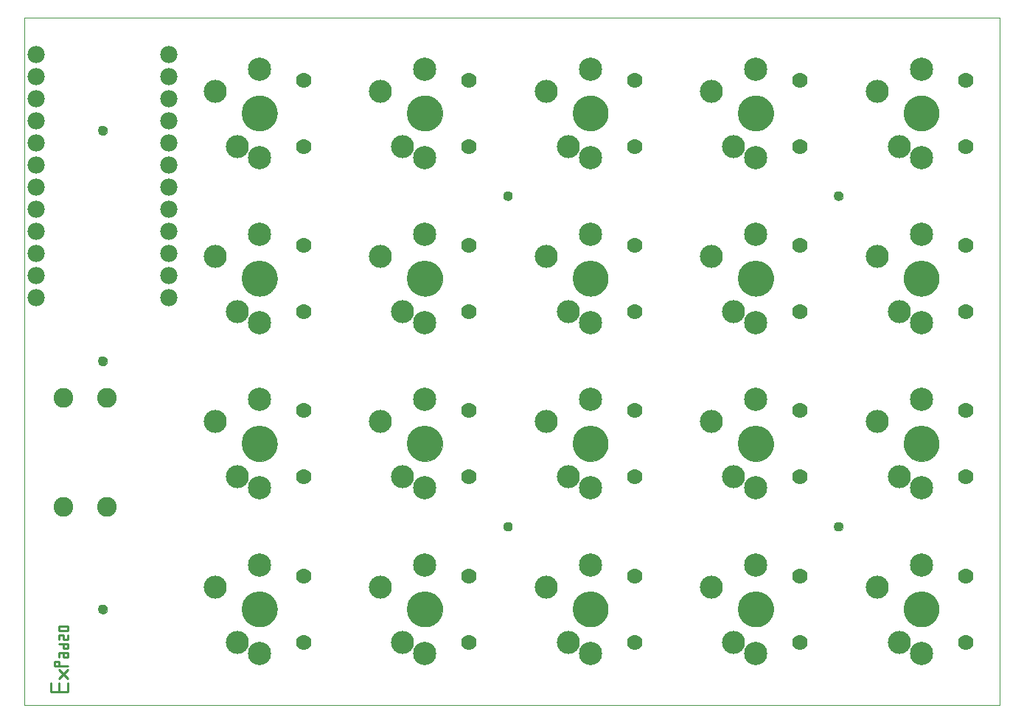
<source format=gts>
G75*
%MOIN*%
%OFA0B0*%
%FSLAX25Y25*%
%IPPOS*%
%LPD*%
%AMOC8*
5,1,8,0,0,1.08239X$1,22.5*
%
%ADD10C,0.00000*%
%ADD11C,0.01000*%
%ADD12C,0.04337*%
%ADD13C,0.07800*%
%ADD14C,0.10400*%
%ADD15C,0.10524*%
%ADD16C,0.16150*%
%ADD17C,0.07000*%
%ADD18C,0.08900*%
D10*
X0001501Y0001000D02*
X0001501Y0312024D01*
X0442446Y0312024D01*
X0442446Y0001000D01*
X0001501Y0001000D01*
X0034965Y0044307D02*
X0034967Y0044395D01*
X0034973Y0044483D01*
X0034983Y0044571D01*
X0034997Y0044659D01*
X0035014Y0044745D01*
X0035036Y0044831D01*
X0035061Y0044915D01*
X0035091Y0044999D01*
X0035123Y0045081D01*
X0035160Y0045161D01*
X0035200Y0045240D01*
X0035244Y0045317D01*
X0035291Y0045392D01*
X0035341Y0045464D01*
X0035395Y0045535D01*
X0035451Y0045602D01*
X0035511Y0045668D01*
X0035573Y0045730D01*
X0035639Y0045790D01*
X0035706Y0045846D01*
X0035777Y0045900D01*
X0035849Y0045950D01*
X0035924Y0045997D01*
X0036001Y0046041D01*
X0036080Y0046081D01*
X0036160Y0046118D01*
X0036242Y0046150D01*
X0036326Y0046180D01*
X0036410Y0046205D01*
X0036496Y0046227D01*
X0036582Y0046244D01*
X0036670Y0046258D01*
X0036758Y0046268D01*
X0036846Y0046274D01*
X0036934Y0046276D01*
X0037022Y0046274D01*
X0037110Y0046268D01*
X0037198Y0046258D01*
X0037286Y0046244D01*
X0037372Y0046227D01*
X0037458Y0046205D01*
X0037542Y0046180D01*
X0037626Y0046150D01*
X0037708Y0046118D01*
X0037788Y0046081D01*
X0037867Y0046041D01*
X0037944Y0045997D01*
X0038019Y0045950D01*
X0038091Y0045900D01*
X0038162Y0045846D01*
X0038229Y0045790D01*
X0038295Y0045730D01*
X0038357Y0045668D01*
X0038417Y0045602D01*
X0038473Y0045535D01*
X0038527Y0045464D01*
X0038577Y0045392D01*
X0038624Y0045317D01*
X0038668Y0045240D01*
X0038708Y0045161D01*
X0038745Y0045081D01*
X0038777Y0044999D01*
X0038807Y0044915D01*
X0038832Y0044831D01*
X0038854Y0044745D01*
X0038871Y0044659D01*
X0038885Y0044571D01*
X0038895Y0044483D01*
X0038901Y0044395D01*
X0038903Y0044307D01*
X0038901Y0044219D01*
X0038895Y0044131D01*
X0038885Y0044043D01*
X0038871Y0043955D01*
X0038854Y0043869D01*
X0038832Y0043783D01*
X0038807Y0043699D01*
X0038777Y0043615D01*
X0038745Y0043533D01*
X0038708Y0043453D01*
X0038668Y0043374D01*
X0038624Y0043297D01*
X0038577Y0043222D01*
X0038527Y0043150D01*
X0038473Y0043079D01*
X0038417Y0043012D01*
X0038357Y0042946D01*
X0038295Y0042884D01*
X0038229Y0042824D01*
X0038162Y0042768D01*
X0038091Y0042714D01*
X0038019Y0042664D01*
X0037944Y0042617D01*
X0037867Y0042573D01*
X0037788Y0042533D01*
X0037708Y0042496D01*
X0037626Y0042464D01*
X0037542Y0042434D01*
X0037458Y0042409D01*
X0037372Y0042387D01*
X0037286Y0042370D01*
X0037198Y0042356D01*
X0037110Y0042346D01*
X0037022Y0042340D01*
X0036934Y0042338D01*
X0036846Y0042340D01*
X0036758Y0042346D01*
X0036670Y0042356D01*
X0036582Y0042370D01*
X0036496Y0042387D01*
X0036410Y0042409D01*
X0036326Y0042434D01*
X0036242Y0042464D01*
X0036160Y0042496D01*
X0036080Y0042533D01*
X0036001Y0042573D01*
X0035924Y0042617D01*
X0035849Y0042664D01*
X0035777Y0042714D01*
X0035706Y0042768D01*
X0035639Y0042824D01*
X0035573Y0042884D01*
X0035511Y0042946D01*
X0035451Y0043012D01*
X0035395Y0043079D01*
X0035341Y0043150D01*
X0035291Y0043222D01*
X0035244Y0043297D01*
X0035200Y0043374D01*
X0035160Y0043453D01*
X0035123Y0043533D01*
X0035091Y0043615D01*
X0035061Y0043699D01*
X0035036Y0043783D01*
X0035014Y0043869D01*
X0034997Y0043955D01*
X0034983Y0044043D01*
X0034973Y0044131D01*
X0034967Y0044219D01*
X0034965Y0044307D01*
X0099925Y0044307D02*
X0099927Y0044500D01*
X0099934Y0044693D01*
X0099946Y0044886D01*
X0099963Y0045079D01*
X0099984Y0045271D01*
X0100010Y0045463D01*
X0100041Y0045653D01*
X0100076Y0045843D01*
X0100116Y0046032D01*
X0100161Y0046220D01*
X0100210Y0046407D01*
X0100264Y0046593D01*
X0100322Y0046777D01*
X0100385Y0046960D01*
X0100453Y0047141D01*
X0100524Y0047321D01*
X0100601Y0047498D01*
X0100681Y0047674D01*
X0100766Y0047848D01*
X0100855Y0048019D01*
X0100948Y0048189D01*
X0101045Y0048356D01*
X0101147Y0048520D01*
X0101252Y0048682D01*
X0101362Y0048841D01*
X0101475Y0048998D01*
X0101592Y0049152D01*
X0101713Y0049303D01*
X0101837Y0049451D01*
X0101965Y0049596D01*
X0102097Y0049737D01*
X0102232Y0049875D01*
X0102370Y0050010D01*
X0102511Y0050142D01*
X0102656Y0050270D01*
X0102804Y0050394D01*
X0102955Y0050515D01*
X0103109Y0050632D01*
X0103266Y0050745D01*
X0103425Y0050855D01*
X0103587Y0050960D01*
X0103751Y0051062D01*
X0103918Y0051159D01*
X0104088Y0051252D01*
X0104259Y0051341D01*
X0104433Y0051426D01*
X0104609Y0051506D01*
X0104786Y0051583D01*
X0104966Y0051654D01*
X0105147Y0051722D01*
X0105330Y0051785D01*
X0105514Y0051843D01*
X0105700Y0051897D01*
X0105887Y0051946D01*
X0106075Y0051991D01*
X0106264Y0052031D01*
X0106454Y0052066D01*
X0106644Y0052097D01*
X0106836Y0052123D01*
X0107028Y0052144D01*
X0107221Y0052161D01*
X0107414Y0052173D01*
X0107607Y0052180D01*
X0107800Y0052182D01*
X0107993Y0052180D01*
X0108186Y0052173D01*
X0108379Y0052161D01*
X0108572Y0052144D01*
X0108764Y0052123D01*
X0108956Y0052097D01*
X0109146Y0052066D01*
X0109336Y0052031D01*
X0109525Y0051991D01*
X0109713Y0051946D01*
X0109900Y0051897D01*
X0110086Y0051843D01*
X0110270Y0051785D01*
X0110453Y0051722D01*
X0110634Y0051654D01*
X0110814Y0051583D01*
X0110991Y0051506D01*
X0111167Y0051426D01*
X0111341Y0051341D01*
X0111512Y0051252D01*
X0111682Y0051159D01*
X0111849Y0051062D01*
X0112013Y0050960D01*
X0112175Y0050855D01*
X0112334Y0050745D01*
X0112491Y0050632D01*
X0112645Y0050515D01*
X0112796Y0050394D01*
X0112944Y0050270D01*
X0113089Y0050142D01*
X0113230Y0050010D01*
X0113368Y0049875D01*
X0113503Y0049737D01*
X0113635Y0049596D01*
X0113763Y0049451D01*
X0113887Y0049303D01*
X0114008Y0049152D01*
X0114125Y0048998D01*
X0114238Y0048841D01*
X0114348Y0048682D01*
X0114453Y0048520D01*
X0114555Y0048356D01*
X0114652Y0048189D01*
X0114745Y0048019D01*
X0114834Y0047848D01*
X0114919Y0047674D01*
X0114999Y0047498D01*
X0115076Y0047321D01*
X0115147Y0047141D01*
X0115215Y0046960D01*
X0115278Y0046777D01*
X0115336Y0046593D01*
X0115390Y0046407D01*
X0115439Y0046220D01*
X0115484Y0046032D01*
X0115524Y0045843D01*
X0115559Y0045653D01*
X0115590Y0045463D01*
X0115616Y0045271D01*
X0115637Y0045079D01*
X0115654Y0044886D01*
X0115666Y0044693D01*
X0115673Y0044500D01*
X0115675Y0044307D01*
X0115673Y0044114D01*
X0115666Y0043921D01*
X0115654Y0043728D01*
X0115637Y0043535D01*
X0115616Y0043343D01*
X0115590Y0043151D01*
X0115559Y0042961D01*
X0115524Y0042771D01*
X0115484Y0042582D01*
X0115439Y0042394D01*
X0115390Y0042207D01*
X0115336Y0042021D01*
X0115278Y0041837D01*
X0115215Y0041654D01*
X0115147Y0041473D01*
X0115076Y0041293D01*
X0114999Y0041116D01*
X0114919Y0040940D01*
X0114834Y0040766D01*
X0114745Y0040595D01*
X0114652Y0040425D01*
X0114555Y0040258D01*
X0114453Y0040094D01*
X0114348Y0039932D01*
X0114238Y0039773D01*
X0114125Y0039616D01*
X0114008Y0039462D01*
X0113887Y0039311D01*
X0113763Y0039163D01*
X0113635Y0039018D01*
X0113503Y0038877D01*
X0113368Y0038739D01*
X0113230Y0038604D01*
X0113089Y0038472D01*
X0112944Y0038344D01*
X0112796Y0038220D01*
X0112645Y0038099D01*
X0112491Y0037982D01*
X0112334Y0037869D01*
X0112175Y0037759D01*
X0112013Y0037654D01*
X0111849Y0037552D01*
X0111682Y0037455D01*
X0111512Y0037362D01*
X0111341Y0037273D01*
X0111167Y0037188D01*
X0110991Y0037108D01*
X0110814Y0037031D01*
X0110634Y0036960D01*
X0110453Y0036892D01*
X0110270Y0036829D01*
X0110086Y0036771D01*
X0109900Y0036717D01*
X0109713Y0036668D01*
X0109525Y0036623D01*
X0109336Y0036583D01*
X0109146Y0036548D01*
X0108956Y0036517D01*
X0108764Y0036491D01*
X0108572Y0036470D01*
X0108379Y0036453D01*
X0108186Y0036441D01*
X0107993Y0036434D01*
X0107800Y0036432D01*
X0107607Y0036434D01*
X0107414Y0036441D01*
X0107221Y0036453D01*
X0107028Y0036470D01*
X0106836Y0036491D01*
X0106644Y0036517D01*
X0106454Y0036548D01*
X0106264Y0036583D01*
X0106075Y0036623D01*
X0105887Y0036668D01*
X0105700Y0036717D01*
X0105514Y0036771D01*
X0105330Y0036829D01*
X0105147Y0036892D01*
X0104966Y0036960D01*
X0104786Y0037031D01*
X0104609Y0037108D01*
X0104433Y0037188D01*
X0104259Y0037273D01*
X0104088Y0037362D01*
X0103918Y0037455D01*
X0103751Y0037552D01*
X0103587Y0037654D01*
X0103425Y0037759D01*
X0103266Y0037869D01*
X0103109Y0037982D01*
X0102955Y0038099D01*
X0102804Y0038220D01*
X0102656Y0038344D01*
X0102511Y0038472D01*
X0102370Y0038604D01*
X0102232Y0038739D01*
X0102097Y0038877D01*
X0101965Y0039018D01*
X0101837Y0039163D01*
X0101713Y0039311D01*
X0101592Y0039462D01*
X0101475Y0039616D01*
X0101362Y0039773D01*
X0101252Y0039932D01*
X0101147Y0040094D01*
X0101045Y0040258D01*
X0100948Y0040425D01*
X0100855Y0040595D01*
X0100766Y0040766D01*
X0100681Y0040940D01*
X0100601Y0041116D01*
X0100524Y0041293D01*
X0100453Y0041473D01*
X0100385Y0041654D01*
X0100322Y0041837D01*
X0100264Y0042021D01*
X0100210Y0042207D01*
X0100161Y0042394D01*
X0100116Y0042582D01*
X0100076Y0042771D01*
X0100041Y0042961D01*
X0100010Y0043151D01*
X0099984Y0043343D01*
X0099963Y0043535D01*
X0099946Y0043728D01*
X0099934Y0043921D01*
X0099927Y0044114D01*
X0099925Y0044307D01*
X0174728Y0044307D02*
X0174730Y0044500D01*
X0174737Y0044693D01*
X0174749Y0044886D01*
X0174766Y0045079D01*
X0174787Y0045271D01*
X0174813Y0045463D01*
X0174844Y0045653D01*
X0174879Y0045843D01*
X0174919Y0046032D01*
X0174964Y0046220D01*
X0175013Y0046407D01*
X0175067Y0046593D01*
X0175125Y0046777D01*
X0175188Y0046960D01*
X0175256Y0047141D01*
X0175327Y0047321D01*
X0175404Y0047498D01*
X0175484Y0047674D01*
X0175569Y0047848D01*
X0175658Y0048019D01*
X0175751Y0048189D01*
X0175848Y0048356D01*
X0175950Y0048520D01*
X0176055Y0048682D01*
X0176165Y0048841D01*
X0176278Y0048998D01*
X0176395Y0049152D01*
X0176516Y0049303D01*
X0176640Y0049451D01*
X0176768Y0049596D01*
X0176900Y0049737D01*
X0177035Y0049875D01*
X0177173Y0050010D01*
X0177314Y0050142D01*
X0177459Y0050270D01*
X0177607Y0050394D01*
X0177758Y0050515D01*
X0177912Y0050632D01*
X0178069Y0050745D01*
X0178228Y0050855D01*
X0178390Y0050960D01*
X0178554Y0051062D01*
X0178721Y0051159D01*
X0178891Y0051252D01*
X0179062Y0051341D01*
X0179236Y0051426D01*
X0179412Y0051506D01*
X0179589Y0051583D01*
X0179769Y0051654D01*
X0179950Y0051722D01*
X0180133Y0051785D01*
X0180317Y0051843D01*
X0180503Y0051897D01*
X0180690Y0051946D01*
X0180878Y0051991D01*
X0181067Y0052031D01*
X0181257Y0052066D01*
X0181447Y0052097D01*
X0181639Y0052123D01*
X0181831Y0052144D01*
X0182024Y0052161D01*
X0182217Y0052173D01*
X0182410Y0052180D01*
X0182603Y0052182D01*
X0182796Y0052180D01*
X0182989Y0052173D01*
X0183182Y0052161D01*
X0183375Y0052144D01*
X0183567Y0052123D01*
X0183759Y0052097D01*
X0183949Y0052066D01*
X0184139Y0052031D01*
X0184328Y0051991D01*
X0184516Y0051946D01*
X0184703Y0051897D01*
X0184889Y0051843D01*
X0185073Y0051785D01*
X0185256Y0051722D01*
X0185437Y0051654D01*
X0185617Y0051583D01*
X0185794Y0051506D01*
X0185970Y0051426D01*
X0186144Y0051341D01*
X0186315Y0051252D01*
X0186485Y0051159D01*
X0186652Y0051062D01*
X0186816Y0050960D01*
X0186978Y0050855D01*
X0187137Y0050745D01*
X0187294Y0050632D01*
X0187448Y0050515D01*
X0187599Y0050394D01*
X0187747Y0050270D01*
X0187892Y0050142D01*
X0188033Y0050010D01*
X0188171Y0049875D01*
X0188306Y0049737D01*
X0188438Y0049596D01*
X0188566Y0049451D01*
X0188690Y0049303D01*
X0188811Y0049152D01*
X0188928Y0048998D01*
X0189041Y0048841D01*
X0189151Y0048682D01*
X0189256Y0048520D01*
X0189358Y0048356D01*
X0189455Y0048189D01*
X0189548Y0048019D01*
X0189637Y0047848D01*
X0189722Y0047674D01*
X0189802Y0047498D01*
X0189879Y0047321D01*
X0189950Y0047141D01*
X0190018Y0046960D01*
X0190081Y0046777D01*
X0190139Y0046593D01*
X0190193Y0046407D01*
X0190242Y0046220D01*
X0190287Y0046032D01*
X0190327Y0045843D01*
X0190362Y0045653D01*
X0190393Y0045463D01*
X0190419Y0045271D01*
X0190440Y0045079D01*
X0190457Y0044886D01*
X0190469Y0044693D01*
X0190476Y0044500D01*
X0190478Y0044307D01*
X0190476Y0044114D01*
X0190469Y0043921D01*
X0190457Y0043728D01*
X0190440Y0043535D01*
X0190419Y0043343D01*
X0190393Y0043151D01*
X0190362Y0042961D01*
X0190327Y0042771D01*
X0190287Y0042582D01*
X0190242Y0042394D01*
X0190193Y0042207D01*
X0190139Y0042021D01*
X0190081Y0041837D01*
X0190018Y0041654D01*
X0189950Y0041473D01*
X0189879Y0041293D01*
X0189802Y0041116D01*
X0189722Y0040940D01*
X0189637Y0040766D01*
X0189548Y0040595D01*
X0189455Y0040425D01*
X0189358Y0040258D01*
X0189256Y0040094D01*
X0189151Y0039932D01*
X0189041Y0039773D01*
X0188928Y0039616D01*
X0188811Y0039462D01*
X0188690Y0039311D01*
X0188566Y0039163D01*
X0188438Y0039018D01*
X0188306Y0038877D01*
X0188171Y0038739D01*
X0188033Y0038604D01*
X0187892Y0038472D01*
X0187747Y0038344D01*
X0187599Y0038220D01*
X0187448Y0038099D01*
X0187294Y0037982D01*
X0187137Y0037869D01*
X0186978Y0037759D01*
X0186816Y0037654D01*
X0186652Y0037552D01*
X0186485Y0037455D01*
X0186315Y0037362D01*
X0186144Y0037273D01*
X0185970Y0037188D01*
X0185794Y0037108D01*
X0185617Y0037031D01*
X0185437Y0036960D01*
X0185256Y0036892D01*
X0185073Y0036829D01*
X0184889Y0036771D01*
X0184703Y0036717D01*
X0184516Y0036668D01*
X0184328Y0036623D01*
X0184139Y0036583D01*
X0183949Y0036548D01*
X0183759Y0036517D01*
X0183567Y0036491D01*
X0183375Y0036470D01*
X0183182Y0036453D01*
X0182989Y0036441D01*
X0182796Y0036434D01*
X0182603Y0036432D01*
X0182410Y0036434D01*
X0182217Y0036441D01*
X0182024Y0036453D01*
X0181831Y0036470D01*
X0181639Y0036491D01*
X0181447Y0036517D01*
X0181257Y0036548D01*
X0181067Y0036583D01*
X0180878Y0036623D01*
X0180690Y0036668D01*
X0180503Y0036717D01*
X0180317Y0036771D01*
X0180133Y0036829D01*
X0179950Y0036892D01*
X0179769Y0036960D01*
X0179589Y0037031D01*
X0179412Y0037108D01*
X0179236Y0037188D01*
X0179062Y0037273D01*
X0178891Y0037362D01*
X0178721Y0037455D01*
X0178554Y0037552D01*
X0178390Y0037654D01*
X0178228Y0037759D01*
X0178069Y0037869D01*
X0177912Y0037982D01*
X0177758Y0038099D01*
X0177607Y0038220D01*
X0177459Y0038344D01*
X0177314Y0038472D01*
X0177173Y0038604D01*
X0177035Y0038739D01*
X0176900Y0038877D01*
X0176768Y0039018D01*
X0176640Y0039163D01*
X0176516Y0039311D01*
X0176395Y0039462D01*
X0176278Y0039616D01*
X0176165Y0039773D01*
X0176055Y0039932D01*
X0175950Y0040094D01*
X0175848Y0040258D01*
X0175751Y0040425D01*
X0175658Y0040595D01*
X0175569Y0040766D01*
X0175484Y0040940D01*
X0175404Y0041116D01*
X0175327Y0041293D01*
X0175256Y0041473D01*
X0175188Y0041654D01*
X0175125Y0041837D01*
X0175067Y0042021D01*
X0175013Y0042207D01*
X0174964Y0042394D01*
X0174919Y0042582D01*
X0174879Y0042771D01*
X0174844Y0042961D01*
X0174813Y0043151D01*
X0174787Y0043343D01*
X0174766Y0043535D01*
X0174749Y0043728D01*
X0174737Y0043921D01*
X0174730Y0044114D01*
X0174728Y0044307D01*
X0218036Y0081709D02*
X0218038Y0081797D01*
X0218044Y0081885D01*
X0218054Y0081973D01*
X0218068Y0082061D01*
X0218085Y0082147D01*
X0218107Y0082233D01*
X0218132Y0082317D01*
X0218162Y0082401D01*
X0218194Y0082483D01*
X0218231Y0082563D01*
X0218271Y0082642D01*
X0218315Y0082719D01*
X0218362Y0082794D01*
X0218412Y0082866D01*
X0218466Y0082937D01*
X0218522Y0083004D01*
X0218582Y0083070D01*
X0218644Y0083132D01*
X0218710Y0083192D01*
X0218777Y0083248D01*
X0218848Y0083302D01*
X0218920Y0083352D01*
X0218995Y0083399D01*
X0219072Y0083443D01*
X0219151Y0083483D01*
X0219231Y0083520D01*
X0219313Y0083552D01*
X0219397Y0083582D01*
X0219481Y0083607D01*
X0219567Y0083629D01*
X0219653Y0083646D01*
X0219741Y0083660D01*
X0219829Y0083670D01*
X0219917Y0083676D01*
X0220005Y0083678D01*
X0220093Y0083676D01*
X0220181Y0083670D01*
X0220269Y0083660D01*
X0220357Y0083646D01*
X0220443Y0083629D01*
X0220529Y0083607D01*
X0220613Y0083582D01*
X0220697Y0083552D01*
X0220779Y0083520D01*
X0220859Y0083483D01*
X0220938Y0083443D01*
X0221015Y0083399D01*
X0221090Y0083352D01*
X0221162Y0083302D01*
X0221233Y0083248D01*
X0221300Y0083192D01*
X0221366Y0083132D01*
X0221428Y0083070D01*
X0221488Y0083004D01*
X0221544Y0082937D01*
X0221598Y0082866D01*
X0221648Y0082794D01*
X0221695Y0082719D01*
X0221739Y0082642D01*
X0221779Y0082563D01*
X0221816Y0082483D01*
X0221848Y0082401D01*
X0221878Y0082317D01*
X0221903Y0082233D01*
X0221925Y0082147D01*
X0221942Y0082061D01*
X0221956Y0081973D01*
X0221966Y0081885D01*
X0221972Y0081797D01*
X0221974Y0081709D01*
X0221972Y0081621D01*
X0221966Y0081533D01*
X0221956Y0081445D01*
X0221942Y0081357D01*
X0221925Y0081271D01*
X0221903Y0081185D01*
X0221878Y0081101D01*
X0221848Y0081017D01*
X0221816Y0080935D01*
X0221779Y0080855D01*
X0221739Y0080776D01*
X0221695Y0080699D01*
X0221648Y0080624D01*
X0221598Y0080552D01*
X0221544Y0080481D01*
X0221488Y0080414D01*
X0221428Y0080348D01*
X0221366Y0080286D01*
X0221300Y0080226D01*
X0221233Y0080170D01*
X0221162Y0080116D01*
X0221090Y0080066D01*
X0221015Y0080019D01*
X0220938Y0079975D01*
X0220859Y0079935D01*
X0220779Y0079898D01*
X0220697Y0079866D01*
X0220613Y0079836D01*
X0220529Y0079811D01*
X0220443Y0079789D01*
X0220357Y0079772D01*
X0220269Y0079758D01*
X0220181Y0079748D01*
X0220093Y0079742D01*
X0220005Y0079740D01*
X0219917Y0079742D01*
X0219829Y0079748D01*
X0219741Y0079758D01*
X0219653Y0079772D01*
X0219567Y0079789D01*
X0219481Y0079811D01*
X0219397Y0079836D01*
X0219313Y0079866D01*
X0219231Y0079898D01*
X0219151Y0079935D01*
X0219072Y0079975D01*
X0218995Y0080019D01*
X0218920Y0080066D01*
X0218848Y0080116D01*
X0218777Y0080170D01*
X0218710Y0080226D01*
X0218644Y0080286D01*
X0218582Y0080348D01*
X0218522Y0080414D01*
X0218466Y0080481D01*
X0218412Y0080552D01*
X0218362Y0080624D01*
X0218315Y0080699D01*
X0218271Y0080776D01*
X0218231Y0080855D01*
X0218194Y0080935D01*
X0218162Y0081017D01*
X0218132Y0081101D01*
X0218107Y0081185D01*
X0218085Y0081271D01*
X0218068Y0081357D01*
X0218054Y0081445D01*
X0218044Y0081533D01*
X0218038Y0081621D01*
X0218036Y0081709D01*
X0174728Y0119110D02*
X0174730Y0119303D01*
X0174737Y0119496D01*
X0174749Y0119689D01*
X0174766Y0119882D01*
X0174787Y0120074D01*
X0174813Y0120266D01*
X0174844Y0120456D01*
X0174879Y0120646D01*
X0174919Y0120835D01*
X0174964Y0121023D01*
X0175013Y0121210D01*
X0175067Y0121396D01*
X0175125Y0121580D01*
X0175188Y0121763D01*
X0175256Y0121944D01*
X0175327Y0122124D01*
X0175404Y0122301D01*
X0175484Y0122477D01*
X0175569Y0122651D01*
X0175658Y0122822D01*
X0175751Y0122992D01*
X0175848Y0123159D01*
X0175950Y0123323D01*
X0176055Y0123485D01*
X0176165Y0123644D01*
X0176278Y0123801D01*
X0176395Y0123955D01*
X0176516Y0124106D01*
X0176640Y0124254D01*
X0176768Y0124399D01*
X0176900Y0124540D01*
X0177035Y0124678D01*
X0177173Y0124813D01*
X0177314Y0124945D01*
X0177459Y0125073D01*
X0177607Y0125197D01*
X0177758Y0125318D01*
X0177912Y0125435D01*
X0178069Y0125548D01*
X0178228Y0125658D01*
X0178390Y0125763D01*
X0178554Y0125865D01*
X0178721Y0125962D01*
X0178891Y0126055D01*
X0179062Y0126144D01*
X0179236Y0126229D01*
X0179412Y0126309D01*
X0179589Y0126386D01*
X0179769Y0126457D01*
X0179950Y0126525D01*
X0180133Y0126588D01*
X0180317Y0126646D01*
X0180503Y0126700D01*
X0180690Y0126749D01*
X0180878Y0126794D01*
X0181067Y0126834D01*
X0181257Y0126869D01*
X0181447Y0126900D01*
X0181639Y0126926D01*
X0181831Y0126947D01*
X0182024Y0126964D01*
X0182217Y0126976D01*
X0182410Y0126983D01*
X0182603Y0126985D01*
X0182796Y0126983D01*
X0182989Y0126976D01*
X0183182Y0126964D01*
X0183375Y0126947D01*
X0183567Y0126926D01*
X0183759Y0126900D01*
X0183949Y0126869D01*
X0184139Y0126834D01*
X0184328Y0126794D01*
X0184516Y0126749D01*
X0184703Y0126700D01*
X0184889Y0126646D01*
X0185073Y0126588D01*
X0185256Y0126525D01*
X0185437Y0126457D01*
X0185617Y0126386D01*
X0185794Y0126309D01*
X0185970Y0126229D01*
X0186144Y0126144D01*
X0186315Y0126055D01*
X0186485Y0125962D01*
X0186652Y0125865D01*
X0186816Y0125763D01*
X0186978Y0125658D01*
X0187137Y0125548D01*
X0187294Y0125435D01*
X0187448Y0125318D01*
X0187599Y0125197D01*
X0187747Y0125073D01*
X0187892Y0124945D01*
X0188033Y0124813D01*
X0188171Y0124678D01*
X0188306Y0124540D01*
X0188438Y0124399D01*
X0188566Y0124254D01*
X0188690Y0124106D01*
X0188811Y0123955D01*
X0188928Y0123801D01*
X0189041Y0123644D01*
X0189151Y0123485D01*
X0189256Y0123323D01*
X0189358Y0123159D01*
X0189455Y0122992D01*
X0189548Y0122822D01*
X0189637Y0122651D01*
X0189722Y0122477D01*
X0189802Y0122301D01*
X0189879Y0122124D01*
X0189950Y0121944D01*
X0190018Y0121763D01*
X0190081Y0121580D01*
X0190139Y0121396D01*
X0190193Y0121210D01*
X0190242Y0121023D01*
X0190287Y0120835D01*
X0190327Y0120646D01*
X0190362Y0120456D01*
X0190393Y0120266D01*
X0190419Y0120074D01*
X0190440Y0119882D01*
X0190457Y0119689D01*
X0190469Y0119496D01*
X0190476Y0119303D01*
X0190478Y0119110D01*
X0190476Y0118917D01*
X0190469Y0118724D01*
X0190457Y0118531D01*
X0190440Y0118338D01*
X0190419Y0118146D01*
X0190393Y0117954D01*
X0190362Y0117764D01*
X0190327Y0117574D01*
X0190287Y0117385D01*
X0190242Y0117197D01*
X0190193Y0117010D01*
X0190139Y0116824D01*
X0190081Y0116640D01*
X0190018Y0116457D01*
X0189950Y0116276D01*
X0189879Y0116096D01*
X0189802Y0115919D01*
X0189722Y0115743D01*
X0189637Y0115569D01*
X0189548Y0115398D01*
X0189455Y0115228D01*
X0189358Y0115061D01*
X0189256Y0114897D01*
X0189151Y0114735D01*
X0189041Y0114576D01*
X0188928Y0114419D01*
X0188811Y0114265D01*
X0188690Y0114114D01*
X0188566Y0113966D01*
X0188438Y0113821D01*
X0188306Y0113680D01*
X0188171Y0113542D01*
X0188033Y0113407D01*
X0187892Y0113275D01*
X0187747Y0113147D01*
X0187599Y0113023D01*
X0187448Y0112902D01*
X0187294Y0112785D01*
X0187137Y0112672D01*
X0186978Y0112562D01*
X0186816Y0112457D01*
X0186652Y0112355D01*
X0186485Y0112258D01*
X0186315Y0112165D01*
X0186144Y0112076D01*
X0185970Y0111991D01*
X0185794Y0111911D01*
X0185617Y0111834D01*
X0185437Y0111763D01*
X0185256Y0111695D01*
X0185073Y0111632D01*
X0184889Y0111574D01*
X0184703Y0111520D01*
X0184516Y0111471D01*
X0184328Y0111426D01*
X0184139Y0111386D01*
X0183949Y0111351D01*
X0183759Y0111320D01*
X0183567Y0111294D01*
X0183375Y0111273D01*
X0183182Y0111256D01*
X0182989Y0111244D01*
X0182796Y0111237D01*
X0182603Y0111235D01*
X0182410Y0111237D01*
X0182217Y0111244D01*
X0182024Y0111256D01*
X0181831Y0111273D01*
X0181639Y0111294D01*
X0181447Y0111320D01*
X0181257Y0111351D01*
X0181067Y0111386D01*
X0180878Y0111426D01*
X0180690Y0111471D01*
X0180503Y0111520D01*
X0180317Y0111574D01*
X0180133Y0111632D01*
X0179950Y0111695D01*
X0179769Y0111763D01*
X0179589Y0111834D01*
X0179412Y0111911D01*
X0179236Y0111991D01*
X0179062Y0112076D01*
X0178891Y0112165D01*
X0178721Y0112258D01*
X0178554Y0112355D01*
X0178390Y0112457D01*
X0178228Y0112562D01*
X0178069Y0112672D01*
X0177912Y0112785D01*
X0177758Y0112902D01*
X0177607Y0113023D01*
X0177459Y0113147D01*
X0177314Y0113275D01*
X0177173Y0113407D01*
X0177035Y0113542D01*
X0176900Y0113680D01*
X0176768Y0113821D01*
X0176640Y0113966D01*
X0176516Y0114114D01*
X0176395Y0114265D01*
X0176278Y0114419D01*
X0176165Y0114576D01*
X0176055Y0114735D01*
X0175950Y0114897D01*
X0175848Y0115061D01*
X0175751Y0115228D01*
X0175658Y0115398D01*
X0175569Y0115569D01*
X0175484Y0115743D01*
X0175404Y0115919D01*
X0175327Y0116096D01*
X0175256Y0116276D01*
X0175188Y0116457D01*
X0175125Y0116640D01*
X0175067Y0116824D01*
X0175013Y0117010D01*
X0174964Y0117197D01*
X0174919Y0117385D01*
X0174879Y0117574D01*
X0174844Y0117764D01*
X0174813Y0117954D01*
X0174787Y0118146D01*
X0174766Y0118338D01*
X0174749Y0118531D01*
X0174737Y0118724D01*
X0174730Y0118917D01*
X0174728Y0119110D01*
X0099925Y0119110D02*
X0099927Y0119303D01*
X0099934Y0119496D01*
X0099946Y0119689D01*
X0099963Y0119882D01*
X0099984Y0120074D01*
X0100010Y0120266D01*
X0100041Y0120456D01*
X0100076Y0120646D01*
X0100116Y0120835D01*
X0100161Y0121023D01*
X0100210Y0121210D01*
X0100264Y0121396D01*
X0100322Y0121580D01*
X0100385Y0121763D01*
X0100453Y0121944D01*
X0100524Y0122124D01*
X0100601Y0122301D01*
X0100681Y0122477D01*
X0100766Y0122651D01*
X0100855Y0122822D01*
X0100948Y0122992D01*
X0101045Y0123159D01*
X0101147Y0123323D01*
X0101252Y0123485D01*
X0101362Y0123644D01*
X0101475Y0123801D01*
X0101592Y0123955D01*
X0101713Y0124106D01*
X0101837Y0124254D01*
X0101965Y0124399D01*
X0102097Y0124540D01*
X0102232Y0124678D01*
X0102370Y0124813D01*
X0102511Y0124945D01*
X0102656Y0125073D01*
X0102804Y0125197D01*
X0102955Y0125318D01*
X0103109Y0125435D01*
X0103266Y0125548D01*
X0103425Y0125658D01*
X0103587Y0125763D01*
X0103751Y0125865D01*
X0103918Y0125962D01*
X0104088Y0126055D01*
X0104259Y0126144D01*
X0104433Y0126229D01*
X0104609Y0126309D01*
X0104786Y0126386D01*
X0104966Y0126457D01*
X0105147Y0126525D01*
X0105330Y0126588D01*
X0105514Y0126646D01*
X0105700Y0126700D01*
X0105887Y0126749D01*
X0106075Y0126794D01*
X0106264Y0126834D01*
X0106454Y0126869D01*
X0106644Y0126900D01*
X0106836Y0126926D01*
X0107028Y0126947D01*
X0107221Y0126964D01*
X0107414Y0126976D01*
X0107607Y0126983D01*
X0107800Y0126985D01*
X0107993Y0126983D01*
X0108186Y0126976D01*
X0108379Y0126964D01*
X0108572Y0126947D01*
X0108764Y0126926D01*
X0108956Y0126900D01*
X0109146Y0126869D01*
X0109336Y0126834D01*
X0109525Y0126794D01*
X0109713Y0126749D01*
X0109900Y0126700D01*
X0110086Y0126646D01*
X0110270Y0126588D01*
X0110453Y0126525D01*
X0110634Y0126457D01*
X0110814Y0126386D01*
X0110991Y0126309D01*
X0111167Y0126229D01*
X0111341Y0126144D01*
X0111512Y0126055D01*
X0111682Y0125962D01*
X0111849Y0125865D01*
X0112013Y0125763D01*
X0112175Y0125658D01*
X0112334Y0125548D01*
X0112491Y0125435D01*
X0112645Y0125318D01*
X0112796Y0125197D01*
X0112944Y0125073D01*
X0113089Y0124945D01*
X0113230Y0124813D01*
X0113368Y0124678D01*
X0113503Y0124540D01*
X0113635Y0124399D01*
X0113763Y0124254D01*
X0113887Y0124106D01*
X0114008Y0123955D01*
X0114125Y0123801D01*
X0114238Y0123644D01*
X0114348Y0123485D01*
X0114453Y0123323D01*
X0114555Y0123159D01*
X0114652Y0122992D01*
X0114745Y0122822D01*
X0114834Y0122651D01*
X0114919Y0122477D01*
X0114999Y0122301D01*
X0115076Y0122124D01*
X0115147Y0121944D01*
X0115215Y0121763D01*
X0115278Y0121580D01*
X0115336Y0121396D01*
X0115390Y0121210D01*
X0115439Y0121023D01*
X0115484Y0120835D01*
X0115524Y0120646D01*
X0115559Y0120456D01*
X0115590Y0120266D01*
X0115616Y0120074D01*
X0115637Y0119882D01*
X0115654Y0119689D01*
X0115666Y0119496D01*
X0115673Y0119303D01*
X0115675Y0119110D01*
X0115673Y0118917D01*
X0115666Y0118724D01*
X0115654Y0118531D01*
X0115637Y0118338D01*
X0115616Y0118146D01*
X0115590Y0117954D01*
X0115559Y0117764D01*
X0115524Y0117574D01*
X0115484Y0117385D01*
X0115439Y0117197D01*
X0115390Y0117010D01*
X0115336Y0116824D01*
X0115278Y0116640D01*
X0115215Y0116457D01*
X0115147Y0116276D01*
X0115076Y0116096D01*
X0114999Y0115919D01*
X0114919Y0115743D01*
X0114834Y0115569D01*
X0114745Y0115398D01*
X0114652Y0115228D01*
X0114555Y0115061D01*
X0114453Y0114897D01*
X0114348Y0114735D01*
X0114238Y0114576D01*
X0114125Y0114419D01*
X0114008Y0114265D01*
X0113887Y0114114D01*
X0113763Y0113966D01*
X0113635Y0113821D01*
X0113503Y0113680D01*
X0113368Y0113542D01*
X0113230Y0113407D01*
X0113089Y0113275D01*
X0112944Y0113147D01*
X0112796Y0113023D01*
X0112645Y0112902D01*
X0112491Y0112785D01*
X0112334Y0112672D01*
X0112175Y0112562D01*
X0112013Y0112457D01*
X0111849Y0112355D01*
X0111682Y0112258D01*
X0111512Y0112165D01*
X0111341Y0112076D01*
X0111167Y0111991D01*
X0110991Y0111911D01*
X0110814Y0111834D01*
X0110634Y0111763D01*
X0110453Y0111695D01*
X0110270Y0111632D01*
X0110086Y0111574D01*
X0109900Y0111520D01*
X0109713Y0111471D01*
X0109525Y0111426D01*
X0109336Y0111386D01*
X0109146Y0111351D01*
X0108956Y0111320D01*
X0108764Y0111294D01*
X0108572Y0111273D01*
X0108379Y0111256D01*
X0108186Y0111244D01*
X0107993Y0111237D01*
X0107800Y0111235D01*
X0107607Y0111237D01*
X0107414Y0111244D01*
X0107221Y0111256D01*
X0107028Y0111273D01*
X0106836Y0111294D01*
X0106644Y0111320D01*
X0106454Y0111351D01*
X0106264Y0111386D01*
X0106075Y0111426D01*
X0105887Y0111471D01*
X0105700Y0111520D01*
X0105514Y0111574D01*
X0105330Y0111632D01*
X0105147Y0111695D01*
X0104966Y0111763D01*
X0104786Y0111834D01*
X0104609Y0111911D01*
X0104433Y0111991D01*
X0104259Y0112076D01*
X0104088Y0112165D01*
X0103918Y0112258D01*
X0103751Y0112355D01*
X0103587Y0112457D01*
X0103425Y0112562D01*
X0103266Y0112672D01*
X0103109Y0112785D01*
X0102955Y0112902D01*
X0102804Y0113023D01*
X0102656Y0113147D01*
X0102511Y0113275D01*
X0102370Y0113407D01*
X0102232Y0113542D01*
X0102097Y0113680D01*
X0101965Y0113821D01*
X0101837Y0113966D01*
X0101713Y0114114D01*
X0101592Y0114265D01*
X0101475Y0114419D01*
X0101362Y0114576D01*
X0101252Y0114735D01*
X0101147Y0114897D01*
X0101045Y0115061D01*
X0100948Y0115228D01*
X0100855Y0115398D01*
X0100766Y0115569D01*
X0100681Y0115743D01*
X0100601Y0115919D01*
X0100524Y0116096D01*
X0100453Y0116276D01*
X0100385Y0116457D01*
X0100322Y0116640D01*
X0100264Y0116824D01*
X0100210Y0117010D01*
X0100161Y0117197D01*
X0100116Y0117385D01*
X0100076Y0117574D01*
X0100041Y0117764D01*
X0100010Y0117954D01*
X0099984Y0118146D01*
X0099963Y0118338D01*
X0099946Y0118531D01*
X0099934Y0118724D01*
X0099927Y0118917D01*
X0099925Y0119110D01*
X0034965Y0156512D02*
X0034967Y0156600D01*
X0034973Y0156688D01*
X0034983Y0156776D01*
X0034997Y0156864D01*
X0035014Y0156950D01*
X0035036Y0157036D01*
X0035061Y0157120D01*
X0035091Y0157204D01*
X0035123Y0157286D01*
X0035160Y0157366D01*
X0035200Y0157445D01*
X0035244Y0157522D01*
X0035291Y0157597D01*
X0035341Y0157669D01*
X0035395Y0157740D01*
X0035451Y0157807D01*
X0035511Y0157873D01*
X0035573Y0157935D01*
X0035639Y0157995D01*
X0035706Y0158051D01*
X0035777Y0158105D01*
X0035849Y0158155D01*
X0035924Y0158202D01*
X0036001Y0158246D01*
X0036080Y0158286D01*
X0036160Y0158323D01*
X0036242Y0158355D01*
X0036326Y0158385D01*
X0036410Y0158410D01*
X0036496Y0158432D01*
X0036582Y0158449D01*
X0036670Y0158463D01*
X0036758Y0158473D01*
X0036846Y0158479D01*
X0036934Y0158481D01*
X0037022Y0158479D01*
X0037110Y0158473D01*
X0037198Y0158463D01*
X0037286Y0158449D01*
X0037372Y0158432D01*
X0037458Y0158410D01*
X0037542Y0158385D01*
X0037626Y0158355D01*
X0037708Y0158323D01*
X0037788Y0158286D01*
X0037867Y0158246D01*
X0037944Y0158202D01*
X0038019Y0158155D01*
X0038091Y0158105D01*
X0038162Y0158051D01*
X0038229Y0157995D01*
X0038295Y0157935D01*
X0038357Y0157873D01*
X0038417Y0157807D01*
X0038473Y0157740D01*
X0038527Y0157669D01*
X0038577Y0157597D01*
X0038624Y0157522D01*
X0038668Y0157445D01*
X0038708Y0157366D01*
X0038745Y0157286D01*
X0038777Y0157204D01*
X0038807Y0157120D01*
X0038832Y0157036D01*
X0038854Y0156950D01*
X0038871Y0156864D01*
X0038885Y0156776D01*
X0038895Y0156688D01*
X0038901Y0156600D01*
X0038903Y0156512D01*
X0038901Y0156424D01*
X0038895Y0156336D01*
X0038885Y0156248D01*
X0038871Y0156160D01*
X0038854Y0156074D01*
X0038832Y0155988D01*
X0038807Y0155904D01*
X0038777Y0155820D01*
X0038745Y0155738D01*
X0038708Y0155658D01*
X0038668Y0155579D01*
X0038624Y0155502D01*
X0038577Y0155427D01*
X0038527Y0155355D01*
X0038473Y0155284D01*
X0038417Y0155217D01*
X0038357Y0155151D01*
X0038295Y0155089D01*
X0038229Y0155029D01*
X0038162Y0154973D01*
X0038091Y0154919D01*
X0038019Y0154869D01*
X0037944Y0154822D01*
X0037867Y0154778D01*
X0037788Y0154738D01*
X0037708Y0154701D01*
X0037626Y0154669D01*
X0037542Y0154639D01*
X0037458Y0154614D01*
X0037372Y0154592D01*
X0037286Y0154575D01*
X0037198Y0154561D01*
X0037110Y0154551D01*
X0037022Y0154545D01*
X0036934Y0154543D01*
X0036846Y0154545D01*
X0036758Y0154551D01*
X0036670Y0154561D01*
X0036582Y0154575D01*
X0036496Y0154592D01*
X0036410Y0154614D01*
X0036326Y0154639D01*
X0036242Y0154669D01*
X0036160Y0154701D01*
X0036080Y0154738D01*
X0036001Y0154778D01*
X0035924Y0154822D01*
X0035849Y0154869D01*
X0035777Y0154919D01*
X0035706Y0154973D01*
X0035639Y0155029D01*
X0035573Y0155089D01*
X0035511Y0155151D01*
X0035451Y0155217D01*
X0035395Y0155284D01*
X0035341Y0155355D01*
X0035291Y0155427D01*
X0035244Y0155502D01*
X0035200Y0155579D01*
X0035160Y0155658D01*
X0035123Y0155738D01*
X0035091Y0155820D01*
X0035061Y0155904D01*
X0035036Y0155988D01*
X0035014Y0156074D01*
X0034997Y0156160D01*
X0034983Y0156248D01*
X0034973Y0156336D01*
X0034967Y0156424D01*
X0034965Y0156512D01*
X0099925Y0193913D02*
X0099927Y0194106D01*
X0099934Y0194299D01*
X0099946Y0194492D01*
X0099963Y0194685D01*
X0099984Y0194877D01*
X0100010Y0195069D01*
X0100041Y0195259D01*
X0100076Y0195449D01*
X0100116Y0195638D01*
X0100161Y0195826D01*
X0100210Y0196013D01*
X0100264Y0196199D01*
X0100322Y0196383D01*
X0100385Y0196566D01*
X0100453Y0196747D01*
X0100524Y0196927D01*
X0100601Y0197104D01*
X0100681Y0197280D01*
X0100766Y0197454D01*
X0100855Y0197625D01*
X0100948Y0197795D01*
X0101045Y0197962D01*
X0101147Y0198126D01*
X0101252Y0198288D01*
X0101362Y0198447D01*
X0101475Y0198604D01*
X0101592Y0198758D01*
X0101713Y0198909D01*
X0101837Y0199057D01*
X0101965Y0199202D01*
X0102097Y0199343D01*
X0102232Y0199481D01*
X0102370Y0199616D01*
X0102511Y0199748D01*
X0102656Y0199876D01*
X0102804Y0200000D01*
X0102955Y0200121D01*
X0103109Y0200238D01*
X0103266Y0200351D01*
X0103425Y0200461D01*
X0103587Y0200566D01*
X0103751Y0200668D01*
X0103918Y0200765D01*
X0104088Y0200858D01*
X0104259Y0200947D01*
X0104433Y0201032D01*
X0104609Y0201112D01*
X0104786Y0201189D01*
X0104966Y0201260D01*
X0105147Y0201328D01*
X0105330Y0201391D01*
X0105514Y0201449D01*
X0105700Y0201503D01*
X0105887Y0201552D01*
X0106075Y0201597D01*
X0106264Y0201637D01*
X0106454Y0201672D01*
X0106644Y0201703D01*
X0106836Y0201729D01*
X0107028Y0201750D01*
X0107221Y0201767D01*
X0107414Y0201779D01*
X0107607Y0201786D01*
X0107800Y0201788D01*
X0107993Y0201786D01*
X0108186Y0201779D01*
X0108379Y0201767D01*
X0108572Y0201750D01*
X0108764Y0201729D01*
X0108956Y0201703D01*
X0109146Y0201672D01*
X0109336Y0201637D01*
X0109525Y0201597D01*
X0109713Y0201552D01*
X0109900Y0201503D01*
X0110086Y0201449D01*
X0110270Y0201391D01*
X0110453Y0201328D01*
X0110634Y0201260D01*
X0110814Y0201189D01*
X0110991Y0201112D01*
X0111167Y0201032D01*
X0111341Y0200947D01*
X0111512Y0200858D01*
X0111682Y0200765D01*
X0111849Y0200668D01*
X0112013Y0200566D01*
X0112175Y0200461D01*
X0112334Y0200351D01*
X0112491Y0200238D01*
X0112645Y0200121D01*
X0112796Y0200000D01*
X0112944Y0199876D01*
X0113089Y0199748D01*
X0113230Y0199616D01*
X0113368Y0199481D01*
X0113503Y0199343D01*
X0113635Y0199202D01*
X0113763Y0199057D01*
X0113887Y0198909D01*
X0114008Y0198758D01*
X0114125Y0198604D01*
X0114238Y0198447D01*
X0114348Y0198288D01*
X0114453Y0198126D01*
X0114555Y0197962D01*
X0114652Y0197795D01*
X0114745Y0197625D01*
X0114834Y0197454D01*
X0114919Y0197280D01*
X0114999Y0197104D01*
X0115076Y0196927D01*
X0115147Y0196747D01*
X0115215Y0196566D01*
X0115278Y0196383D01*
X0115336Y0196199D01*
X0115390Y0196013D01*
X0115439Y0195826D01*
X0115484Y0195638D01*
X0115524Y0195449D01*
X0115559Y0195259D01*
X0115590Y0195069D01*
X0115616Y0194877D01*
X0115637Y0194685D01*
X0115654Y0194492D01*
X0115666Y0194299D01*
X0115673Y0194106D01*
X0115675Y0193913D01*
X0115673Y0193720D01*
X0115666Y0193527D01*
X0115654Y0193334D01*
X0115637Y0193141D01*
X0115616Y0192949D01*
X0115590Y0192757D01*
X0115559Y0192567D01*
X0115524Y0192377D01*
X0115484Y0192188D01*
X0115439Y0192000D01*
X0115390Y0191813D01*
X0115336Y0191627D01*
X0115278Y0191443D01*
X0115215Y0191260D01*
X0115147Y0191079D01*
X0115076Y0190899D01*
X0114999Y0190722D01*
X0114919Y0190546D01*
X0114834Y0190372D01*
X0114745Y0190201D01*
X0114652Y0190031D01*
X0114555Y0189864D01*
X0114453Y0189700D01*
X0114348Y0189538D01*
X0114238Y0189379D01*
X0114125Y0189222D01*
X0114008Y0189068D01*
X0113887Y0188917D01*
X0113763Y0188769D01*
X0113635Y0188624D01*
X0113503Y0188483D01*
X0113368Y0188345D01*
X0113230Y0188210D01*
X0113089Y0188078D01*
X0112944Y0187950D01*
X0112796Y0187826D01*
X0112645Y0187705D01*
X0112491Y0187588D01*
X0112334Y0187475D01*
X0112175Y0187365D01*
X0112013Y0187260D01*
X0111849Y0187158D01*
X0111682Y0187061D01*
X0111512Y0186968D01*
X0111341Y0186879D01*
X0111167Y0186794D01*
X0110991Y0186714D01*
X0110814Y0186637D01*
X0110634Y0186566D01*
X0110453Y0186498D01*
X0110270Y0186435D01*
X0110086Y0186377D01*
X0109900Y0186323D01*
X0109713Y0186274D01*
X0109525Y0186229D01*
X0109336Y0186189D01*
X0109146Y0186154D01*
X0108956Y0186123D01*
X0108764Y0186097D01*
X0108572Y0186076D01*
X0108379Y0186059D01*
X0108186Y0186047D01*
X0107993Y0186040D01*
X0107800Y0186038D01*
X0107607Y0186040D01*
X0107414Y0186047D01*
X0107221Y0186059D01*
X0107028Y0186076D01*
X0106836Y0186097D01*
X0106644Y0186123D01*
X0106454Y0186154D01*
X0106264Y0186189D01*
X0106075Y0186229D01*
X0105887Y0186274D01*
X0105700Y0186323D01*
X0105514Y0186377D01*
X0105330Y0186435D01*
X0105147Y0186498D01*
X0104966Y0186566D01*
X0104786Y0186637D01*
X0104609Y0186714D01*
X0104433Y0186794D01*
X0104259Y0186879D01*
X0104088Y0186968D01*
X0103918Y0187061D01*
X0103751Y0187158D01*
X0103587Y0187260D01*
X0103425Y0187365D01*
X0103266Y0187475D01*
X0103109Y0187588D01*
X0102955Y0187705D01*
X0102804Y0187826D01*
X0102656Y0187950D01*
X0102511Y0188078D01*
X0102370Y0188210D01*
X0102232Y0188345D01*
X0102097Y0188483D01*
X0101965Y0188624D01*
X0101837Y0188769D01*
X0101713Y0188917D01*
X0101592Y0189068D01*
X0101475Y0189222D01*
X0101362Y0189379D01*
X0101252Y0189538D01*
X0101147Y0189700D01*
X0101045Y0189864D01*
X0100948Y0190031D01*
X0100855Y0190201D01*
X0100766Y0190372D01*
X0100681Y0190546D01*
X0100601Y0190722D01*
X0100524Y0190899D01*
X0100453Y0191079D01*
X0100385Y0191260D01*
X0100322Y0191443D01*
X0100264Y0191627D01*
X0100210Y0191813D01*
X0100161Y0192000D01*
X0100116Y0192188D01*
X0100076Y0192377D01*
X0100041Y0192567D01*
X0100010Y0192757D01*
X0099984Y0192949D01*
X0099963Y0193141D01*
X0099946Y0193334D01*
X0099934Y0193527D01*
X0099927Y0193720D01*
X0099925Y0193913D01*
X0174728Y0193913D02*
X0174730Y0194106D01*
X0174737Y0194299D01*
X0174749Y0194492D01*
X0174766Y0194685D01*
X0174787Y0194877D01*
X0174813Y0195069D01*
X0174844Y0195259D01*
X0174879Y0195449D01*
X0174919Y0195638D01*
X0174964Y0195826D01*
X0175013Y0196013D01*
X0175067Y0196199D01*
X0175125Y0196383D01*
X0175188Y0196566D01*
X0175256Y0196747D01*
X0175327Y0196927D01*
X0175404Y0197104D01*
X0175484Y0197280D01*
X0175569Y0197454D01*
X0175658Y0197625D01*
X0175751Y0197795D01*
X0175848Y0197962D01*
X0175950Y0198126D01*
X0176055Y0198288D01*
X0176165Y0198447D01*
X0176278Y0198604D01*
X0176395Y0198758D01*
X0176516Y0198909D01*
X0176640Y0199057D01*
X0176768Y0199202D01*
X0176900Y0199343D01*
X0177035Y0199481D01*
X0177173Y0199616D01*
X0177314Y0199748D01*
X0177459Y0199876D01*
X0177607Y0200000D01*
X0177758Y0200121D01*
X0177912Y0200238D01*
X0178069Y0200351D01*
X0178228Y0200461D01*
X0178390Y0200566D01*
X0178554Y0200668D01*
X0178721Y0200765D01*
X0178891Y0200858D01*
X0179062Y0200947D01*
X0179236Y0201032D01*
X0179412Y0201112D01*
X0179589Y0201189D01*
X0179769Y0201260D01*
X0179950Y0201328D01*
X0180133Y0201391D01*
X0180317Y0201449D01*
X0180503Y0201503D01*
X0180690Y0201552D01*
X0180878Y0201597D01*
X0181067Y0201637D01*
X0181257Y0201672D01*
X0181447Y0201703D01*
X0181639Y0201729D01*
X0181831Y0201750D01*
X0182024Y0201767D01*
X0182217Y0201779D01*
X0182410Y0201786D01*
X0182603Y0201788D01*
X0182796Y0201786D01*
X0182989Y0201779D01*
X0183182Y0201767D01*
X0183375Y0201750D01*
X0183567Y0201729D01*
X0183759Y0201703D01*
X0183949Y0201672D01*
X0184139Y0201637D01*
X0184328Y0201597D01*
X0184516Y0201552D01*
X0184703Y0201503D01*
X0184889Y0201449D01*
X0185073Y0201391D01*
X0185256Y0201328D01*
X0185437Y0201260D01*
X0185617Y0201189D01*
X0185794Y0201112D01*
X0185970Y0201032D01*
X0186144Y0200947D01*
X0186315Y0200858D01*
X0186485Y0200765D01*
X0186652Y0200668D01*
X0186816Y0200566D01*
X0186978Y0200461D01*
X0187137Y0200351D01*
X0187294Y0200238D01*
X0187448Y0200121D01*
X0187599Y0200000D01*
X0187747Y0199876D01*
X0187892Y0199748D01*
X0188033Y0199616D01*
X0188171Y0199481D01*
X0188306Y0199343D01*
X0188438Y0199202D01*
X0188566Y0199057D01*
X0188690Y0198909D01*
X0188811Y0198758D01*
X0188928Y0198604D01*
X0189041Y0198447D01*
X0189151Y0198288D01*
X0189256Y0198126D01*
X0189358Y0197962D01*
X0189455Y0197795D01*
X0189548Y0197625D01*
X0189637Y0197454D01*
X0189722Y0197280D01*
X0189802Y0197104D01*
X0189879Y0196927D01*
X0189950Y0196747D01*
X0190018Y0196566D01*
X0190081Y0196383D01*
X0190139Y0196199D01*
X0190193Y0196013D01*
X0190242Y0195826D01*
X0190287Y0195638D01*
X0190327Y0195449D01*
X0190362Y0195259D01*
X0190393Y0195069D01*
X0190419Y0194877D01*
X0190440Y0194685D01*
X0190457Y0194492D01*
X0190469Y0194299D01*
X0190476Y0194106D01*
X0190478Y0193913D01*
X0190476Y0193720D01*
X0190469Y0193527D01*
X0190457Y0193334D01*
X0190440Y0193141D01*
X0190419Y0192949D01*
X0190393Y0192757D01*
X0190362Y0192567D01*
X0190327Y0192377D01*
X0190287Y0192188D01*
X0190242Y0192000D01*
X0190193Y0191813D01*
X0190139Y0191627D01*
X0190081Y0191443D01*
X0190018Y0191260D01*
X0189950Y0191079D01*
X0189879Y0190899D01*
X0189802Y0190722D01*
X0189722Y0190546D01*
X0189637Y0190372D01*
X0189548Y0190201D01*
X0189455Y0190031D01*
X0189358Y0189864D01*
X0189256Y0189700D01*
X0189151Y0189538D01*
X0189041Y0189379D01*
X0188928Y0189222D01*
X0188811Y0189068D01*
X0188690Y0188917D01*
X0188566Y0188769D01*
X0188438Y0188624D01*
X0188306Y0188483D01*
X0188171Y0188345D01*
X0188033Y0188210D01*
X0187892Y0188078D01*
X0187747Y0187950D01*
X0187599Y0187826D01*
X0187448Y0187705D01*
X0187294Y0187588D01*
X0187137Y0187475D01*
X0186978Y0187365D01*
X0186816Y0187260D01*
X0186652Y0187158D01*
X0186485Y0187061D01*
X0186315Y0186968D01*
X0186144Y0186879D01*
X0185970Y0186794D01*
X0185794Y0186714D01*
X0185617Y0186637D01*
X0185437Y0186566D01*
X0185256Y0186498D01*
X0185073Y0186435D01*
X0184889Y0186377D01*
X0184703Y0186323D01*
X0184516Y0186274D01*
X0184328Y0186229D01*
X0184139Y0186189D01*
X0183949Y0186154D01*
X0183759Y0186123D01*
X0183567Y0186097D01*
X0183375Y0186076D01*
X0183182Y0186059D01*
X0182989Y0186047D01*
X0182796Y0186040D01*
X0182603Y0186038D01*
X0182410Y0186040D01*
X0182217Y0186047D01*
X0182024Y0186059D01*
X0181831Y0186076D01*
X0181639Y0186097D01*
X0181447Y0186123D01*
X0181257Y0186154D01*
X0181067Y0186189D01*
X0180878Y0186229D01*
X0180690Y0186274D01*
X0180503Y0186323D01*
X0180317Y0186377D01*
X0180133Y0186435D01*
X0179950Y0186498D01*
X0179769Y0186566D01*
X0179589Y0186637D01*
X0179412Y0186714D01*
X0179236Y0186794D01*
X0179062Y0186879D01*
X0178891Y0186968D01*
X0178721Y0187061D01*
X0178554Y0187158D01*
X0178390Y0187260D01*
X0178228Y0187365D01*
X0178069Y0187475D01*
X0177912Y0187588D01*
X0177758Y0187705D01*
X0177607Y0187826D01*
X0177459Y0187950D01*
X0177314Y0188078D01*
X0177173Y0188210D01*
X0177035Y0188345D01*
X0176900Y0188483D01*
X0176768Y0188624D01*
X0176640Y0188769D01*
X0176516Y0188917D01*
X0176395Y0189068D01*
X0176278Y0189222D01*
X0176165Y0189379D01*
X0176055Y0189538D01*
X0175950Y0189700D01*
X0175848Y0189864D01*
X0175751Y0190031D01*
X0175658Y0190201D01*
X0175569Y0190372D01*
X0175484Y0190546D01*
X0175404Y0190722D01*
X0175327Y0190899D01*
X0175256Y0191079D01*
X0175188Y0191260D01*
X0175125Y0191443D01*
X0175067Y0191627D01*
X0175013Y0191813D01*
X0174964Y0192000D01*
X0174919Y0192188D01*
X0174879Y0192377D01*
X0174844Y0192567D01*
X0174813Y0192757D01*
X0174787Y0192949D01*
X0174766Y0193141D01*
X0174749Y0193334D01*
X0174737Y0193527D01*
X0174730Y0193720D01*
X0174728Y0193913D01*
X0218036Y0231315D02*
X0218038Y0231403D01*
X0218044Y0231491D01*
X0218054Y0231579D01*
X0218068Y0231667D01*
X0218085Y0231753D01*
X0218107Y0231839D01*
X0218132Y0231923D01*
X0218162Y0232007D01*
X0218194Y0232089D01*
X0218231Y0232169D01*
X0218271Y0232248D01*
X0218315Y0232325D01*
X0218362Y0232400D01*
X0218412Y0232472D01*
X0218466Y0232543D01*
X0218522Y0232610D01*
X0218582Y0232676D01*
X0218644Y0232738D01*
X0218710Y0232798D01*
X0218777Y0232854D01*
X0218848Y0232908D01*
X0218920Y0232958D01*
X0218995Y0233005D01*
X0219072Y0233049D01*
X0219151Y0233089D01*
X0219231Y0233126D01*
X0219313Y0233158D01*
X0219397Y0233188D01*
X0219481Y0233213D01*
X0219567Y0233235D01*
X0219653Y0233252D01*
X0219741Y0233266D01*
X0219829Y0233276D01*
X0219917Y0233282D01*
X0220005Y0233284D01*
X0220093Y0233282D01*
X0220181Y0233276D01*
X0220269Y0233266D01*
X0220357Y0233252D01*
X0220443Y0233235D01*
X0220529Y0233213D01*
X0220613Y0233188D01*
X0220697Y0233158D01*
X0220779Y0233126D01*
X0220859Y0233089D01*
X0220938Y0233049D01*
X0221015Y0233005D01*
X0221090Y0232958D01*
X0221162Y0232908D01*
X0221233Y0232854D01*
X0221300Y0232798D01*
X0221366Y0232738D01*
X0221428Y0232676D01*
X0221488Y0232610D01*
X0221544Y0232543D01*
X0221598Y0232472D01*
X0221648Y0232400D01*
X0221695Y0232325D01*
X0221739Y0232248D01*
X0221779Y0232169D01*
X0221816Y0232089D01*
X0221848Y0232007D01*
X0221878Y0231923D01*
X0221903Y0231839D01*
X0221925Y0231753D01*
X0221942Y0231667D01*
X0221956Y0231579D01*
X0221966Y0231491D01*
X0221972Y0231403D01*
X0221974Y0231315D01*
X0221972Y0231227D01*
X0221966Y0231139D01*
X0221956Y0231051D01*
X0221942Y0230963D01*
X0221925Y0230877D01*
X0221903Y0230791D01*
X0221878Y0230707D01*
X0221848Y0230623D01*
X0221816Y0230541D01*
X0221779Y0230461D01*
X0221739Y0230382D01*
X0221695Y0230305D01*
X0221648Y0230230D01*
X0221598Y0230158D01*
X0221544Y0230087D01*
X0221488Y0230020D01*
X0221428Y0229954D01*
X0221366Y0229892D01*
X0221300Y0229832D01*
X0221233Y0229776D01*
X0221162Y0229722D01*
X0221090Y0229672D01*
X0221015Y0229625D01*
X0220938Y0229581D01*
X0220859Y0229541D01*
X0220779Y0229504D01*
X0220697Y0229472D01*
X0220613Y0229442D01*
X0220529Y0229417D01*
X0220443Y0229395D01*
X0220357Y0229378D01*
X0220269Y0229364D01*
X0220181Y0229354D01*
X0220093Y0229348D01*
X0220005Y0229346D01*
X0219917Y0229348D01*
X0219829Y0229354D01*
X0219741Y0229364D01*
X0219653Y0229378D01*
X0219567Y0229395D01*
X0219481Y0229417D01*
X0219397Y0229442D01*
X0219313Y0229472D01*
X0219231Y0229504D01*
X0219151Y0229541D01*
X0219072Y0229581D01*
X0218995Y0229625D01*
X0218920Y0229672D01*
X0218848Y0229722D01*
X0218777Y0229776D01*
X0218710Y0229832D01*
X0218644Y0229892D01*
X0218582Y0229954D01*
X0218522Y0230020D01*
X0218466Y0230087D01*
X0218412Y0230158D01*
X0218362Y0230230D01*
X0218315Y0230305D01*
X0218271Y0230382D01*
X0218231Y0230461D01*
X0218194Y0230541D01*
X0218162Y0230623D01*
X0218132Y0230707D01*
X0218107Y0230791D01*
X0218085Y0230877D01*
X0218068Y0230963D01*
X0218054Y0231051D01*
X0218044Y0231139D01*
X0218038Y0231227D01*
X0218036Y0231315D01*
X0174728Y0268717D02*
X0174730Y0268910D01*
X0174737Y0269103D01*
X0174749Y0269296D01*
X0174766Y0269489D01*
X0174787Y0269681D01*
X0174813Y0269873D01*
X0174844Y0270063D01*
X0174879Y0270253D01*
X0174919Y0270442D01*
X0174964Y0270630D01*
X0175013Y0270817D01*
X0175067Y0271003D01*
X0175125Y0271187D01*
X0175188Y0271370D01*
X0175256Y0271551D01*
X0175327Y0271731D01*
X0175404Y0271908D01*
X0175484Y0272084D01*
X0175569Y0272258D01*
X0175658Y0272429D01*
X0175751Y0272599D01*
X0175848Y0272766D01*
X0175950Y0272930D01*
X0176055Y0273092D01*
X0176165Y0273251D01*
X0176278Y0273408D01*
X0176395Y0273562D01*
X0176516Y0273713D01*
X0176640Y0273861D01*
X0176768Y0274006D01*
X0176900Y0274147D01*
X0177035Y0274285D01*
X0177173Y0274420D01*
X0177314Y0274552D01*
X0177459Y0274680D01*
X0177607Y0274804D01*
X0177758Y0274925D01*
X0177912Y0275042D01*
X0178069Y0275155D01*
X0178228Y0275265D01*
X0178390Y0275370D01*
X0178554Y0275472D01*
X0178721Y0275569D01*
X0178891Y0275662D01*
X0179062Y0275751D01*
X0179236Y0275836D01*
X0179412Y0275916D01*
X0179589Y0275993D01*
X0179769Y0276064D01*
X0179950Y0276132D01*
X0180133Y0276195D01*
X0180317Y0276253D01*
X0180503Y0276307D01*
X0180690Y0276356D01*
X0180878Y0276401D01*
X0181067Y0276441D01*
X0181257Y0276476D01*
X0181447Y0276507D01*
X0181639Y0276533D01*
X0181831Y0276554D01*
X0182024Y0276571D01*
X0182217Y0276583D01*
X0182410Y0276590D01*
X0182603Y0276592D01*
X0182796Y0276590D01*
X0182989Y0276583D01*
X0183182Y0276571D01*
X0183375Y0276554D01*
X0183567Y0276533D01*
X0183759Y0276507D01*
X0183949Y0276476D01*
X0184139Y0276441D01*
X0184328Y0276401D01*
X0184516Y0276356D01*
X0184703Y0276307D01*
X0184889Y0276253D01*
X0185073Y0276195D01*
X0185256Y0276132D01*
X0185437Y0276064D01*
X0185617Y0275993D01*
X0185794Y0275916D01*
X0185970Y0275836D01*
X0186144Y0275751D01*
X0186315Y0275662D01*
X0186485Y0275569D01*
X0186652Y0275472D01*
X0186816Y0275370D01*
X0186978Y0275265D01*
X0187137Y0275155D01*
X0187294Y0275042D01*
X0187448Y0274925D01*
X0187599Y0274804D01*
X0187747Y0274680D01*
X0187892Y0274552D01*
X0188033Y0274420D01*
X0188171Y0274285D01*
X0188306Y0274147D01*
X0188438Y0274006D01*
X0188566Y0273861D01*
X0188690Y0273713D01*
X0188811Y0273562D01*
X0188928Y0273408D01*
X0189041Y0273251D01*
X0189151Y0273092D01*
X0189256Y0272930D01*
X0189358Y0272766D01*
X0189455Y0272599D01*
X0189548Y0272429D01*
X0189637Y0272258D01*
X0189722Y0272084D01*
X0189802Y0271908D01*
X0189879Y0271731D01*
X0189950Y0271551D01*
X0190018Y0271370D01*
X0190081Y0271187D01*
X0190139Y0271003D01*
X0190193Y0270817D01*
X0190242Y0270630D01*
X0190287Y0270442D01*
X0190327Y0270253D01*
X0190362Y0270063D01*
X0190393Y0269873D01*
X0190419Y0269681D01*
X0190440Y0269489D01*
X0190457Y0269296D01*
X0190469Y0269103D01*
X0190476Y0268910D01*
X0190478Y0268717D01*
X0190476Y0268524D01*
X0190469Y0268331D01*
X0190457Y0268138D01*
X0190440Y0267945D01*
X0190419Y0267753D01*
X0190393Y0267561D01*
X0190362Y0267371D01*
X0190327Y0267181D01*
X0190287Y0266992D01*
X0190242Y0266804D01*
X0190193Y0266617D01*
X0190139Y0266431D01*
X0190081Y0266247D01*
X0190018Y0266064D01*
X0189950Y0265883D01*
X0189879Y0265703D01*
X0189802Y0265526D01*
X0189722Y0265350D01*
X0189637Y0265176D01*
X0189548Y0265005D01*
X0189455Y0264835D01*
X0189358Y0264668D01*
X0189256Y0264504D01*
X0189151Y0264342D01*
X0189041Y0264183D01*
X0188928Y0264026D01*
X0188811Y0263872D01*
X0188690Y0263721D01*
X0188566Y0263573D01*
X0188438Y0263428D01*
X0188306Y0263287D01*
X0188171Y0263149D01*
X0188033Y0263014D01*
X0187892Y0262882D01*
X0187747Y0262754D01*
X0187599Y0262630D01*
X0187448Y0262509D01*
X0187294Y0262392D01*
X0187137Y0262279D01*
X0186978Y0262169D01*
X0186816Y0262064D01*
X0186652Y0261962D01*
X0186485Y0261865D01*
X0186315Y0261772D01*
X0186144Y0261683D01*
X0185970Y0261598D01*
X0185794Y0261518D01*
X0185617Y0261441D01*
X0185437Y0261370D01*
X0185256Y0261302D01*
X0185073Y0261239D01*
X0184889Y0261181D01*
X0184703Y0261127D01*
X0184516Y0261078D01*
X0184328Y0261033D01*
X0184139Y0260993D01*
X0183949Y0260958D01*
X0183759Y0260927D01*
X0183567Y0260901D01*
X0183375Y0260880D01*
X0183182Y0260863D01*
X0182989Y0260851D01*
X0182796Y0260844D01*
X0182603Y0260842D01*
X0182410Y0260844D01*
X0182217Y0260851D01*
X0182024Y0260863D01*
X0181831Y0260880D01*
X0181639Y0260901D01*
X0181447Y0260927D01*
X0181257Y0260958D01*
X0181067Y0260993D01*
X0180878Y0261033D01*
X0180690Y0261078D01*
X0180503Y0261127D01*
X0180317Y0261181D01*
X0180133Y0261239D01*
X0179950Y0261302D01*
X0179769Y0261370D01*
X0179589Y0261441D01*
X0179412Y0261518D01*
X0179236Y0261598D01*
X0179062Y0261683D01*
X0178891Y0261772D01*
X0178721Y0261865D01*
X0178554Y0261962D01*
X0178390Y0262064D01*
X0178228Y0262169D01*
X0178069Y0262279D01*
X0177912Y0262392D01*
X0177758Y0262509D01*
X0177607Y0262630D01*
X0177459Y0262754D01*
X0177314Y0262882D01*
X0177173Y0263014D01*
X0177035Y0263149D01*
X0176900Y0263287D01*
X0176768Y0263428D01*
X0176640Y0263573D01*
X0176516Y0263721D01*
X0176395Y0263872D01*
X0176278Y0264026D01*
X0176165Y0264183D01*
X0176055Y0264342D01*
X0175950Y0264504D01*
X0175848Y0264668D01*
X0175751Y0264835D01*
X0175658Y0265005D01*
X0175569Y0265176D01*
X0175484Y0265350D01*
X0175404Y0265526D01*
X0175327Y0265703D01*
X0175256Y0265883D01*
X0175188Y0266064D01*
X0175125Y0266247D01*
X0175067Y0266431D01*
X0175013Y0266617D01*
X0174964Y0266804D01*
X0174919Y0266992D01*
X0174879Y0267181D01*
X0174844Y0267371D01*
X0174813Y0267561D01*
X0174787Y0267753D01*
X0174766Y0267945D01*
X0174749Y0268138D01*
X0174737Y0268331D01*
X0174730Y0268524D01*
X0174728Y0268717D01*
X0099925Y0268717D02*
X0099927Y0268910D01*
X0099934Y0269103D01*
X0099946Y0269296D01*
X0099963Y0269489D01*
X0099984Y0269681D01*
X0100010Y0269873D01*
X0100041Y0270063D01*
X0100076Y0270253D01*
X0100116Y0270442D01*
X0100161Y0270630D01*
X0100210Y0270817D01*
X0100264Y0271003D01*
X0100322Y0271187D01*
X0100385Y0271370D01*
X0100453Y0271551D01*
X0100524Y0271731D01*
X0100601Y0271908D01*
X0100681Y0272084D01*
X0100766Y0272258D01*
X0100855Y0272429D01*
X0100948Y0272599D01*
X0101045Y0272766D01*
X0101147Y0272930D01*
X0101252Y0273092D01*
X0101362Y0273251D01*
X0101475Y0273408D01*
X0101592Y0273562D01*
X0101713Y0273713D01*
X0101837Y0273861D01*
X0101965Y0274006D01*
X0102097Y0274147D01*
X0102232Y0274285D01*
X0102370Y0274420D01*
X0102511Y0274552D01*
X0102656Y0274680D01*
X0102804Y0274804D01*
X0102955Y0274925D01*
X0103109Y0275042D01*
X0103266Y0275155D01*
X0103425Y0275265D01*
X0103587Y0275370D01*
X0103751Y0275472D01*
X0103918Y0275569D01*
X0104088Y0275662D01*
X0104259Y0275751D01*
X0104433Y0275836D01*
X0104609Y0275916D01*
X0104786Y0275993D01*
X0104966Y0276064D01*
X0105147Y0276132D01*
X0105330Y0276195D01*
X0105514Y0276253D01*
X0105700Y0276307D01*
X0105887Y0276356D01*
X0106075Y0276401D01*
X0106264Y0276441D01*
X0106454Y0276476D01*
X0106644Y0276507D01*
X0106836Y0276533D01*
X0107028Y0276554D01*
X0107221Y0276571D01*
X0107414Y0276583D01*
X0107607Y0276590D01*
X0107800Y0276592D01*
X0107993Y0276590D01*
X0108186Y0276583D01*
X0108379Y0276571D01*
X0108572Y0276554D01*
X0108764Y0276533D01*
X0108956Y0276507D01*
X0109146Y0276476D01*
X0109336Y0276441D01*
X0109525Y0276401D01*
X0109713Y0276356D01*
X0109900Y0276307D01*
X0110086Y0276253D01*
X0110270Y0276195D01*
X0110453Y0276132D01*
X0110634Y0276064D01*
X0110814Y0275993D01*
X0110991Y0275916D01*
X0111167Y0275836D01*
X0111341Y0275751D01*
X0111512Y0275662D01*
X0111682Y0275569D01*
X0111849Y0275472D01*
X0112013Y0275370D01*
X0112175Y0275265D01*
X0112334Y0275155D01*
X0112491Y0275042D01*
X0112645Y0274925D01*
X0112796Y0274804D01*
X0112944Y0274680D01*
X0113089Y0274552D01*
X0113230Y0274420D01*
X0113368Y0274285D01*
X0113503Y0274147D01*
X0113635Y0274006D01*
X0113763Y0273861D01*
X0113887Y0273713D01*
X0114008Y0273562D01*
X0114125Y0273408D01*
X0114238Y0273251D01*
X0114348Y0273092D01*
X0114453Y0272930D01*
X0114555Y0272766D01*
X0114652Y0272599D01*
X0114745Y0272429D01*
X0114834Y0272258D01*
X0114919Y0272084D01*
X0114999Y0271908D01*
X0115076Y0271731D01*
X0115147Y0271551D01*
X0115215Y0271370D01*
X0115278Y0271187D01*
X0115336Y0271003D01*
X0115390Y0270817D01*
X0115439Y0270630D01*
X0115484Y0270442D01*
X0115524Y0270253D01*
X0115559Y0270063D01*
X0115590Y0269873D01*
X0115616Y0269681D01*
X0115637Y0269489D01*
X0115654Y0269296D01*
X0115666Y0269103D01*
X0115673Y0268910D01*
X0115675Y0268717D01*
X0115673Y0268524D01*
X0115666Y0268331D01*
X0115654Y0268138D01*
X0115637Y0267945D01*
X0115616Y0267753D01*
X0115590Y0267561D01*
X0115559Y0267371D01*
X0115524Y0267181D01*
X0115484Y0266992D01*
X0115439Y0266804D01*
X0115390Y0266617D01*
X0115336Y0266431D01*
X0115278Y0266247D01*
X0115215Y0266064D01*
X0115147Y0265883D01*
X0115076Y0265703D01*
X0114999Y0265526D01*
X0114919Y0265350D01*
X0114834Y0265176D01*
X0114745Y0265005D01*
X0114652Y0264835D01*
X0114555Y0264668D01*
X0114453Y0264504D01*
X0114348Y0264342D01*
X0114238Y0264183D01*
X0114125Y0264026D01*
X0114008Y0263872D01*
X0113887Y0263721D01*
X0113763Y0263573D01*
X0113635Y0263428D01*
X0113503Y0263287D01*
X0113368Y0263149D01*
X0113230Y0263014D01*
X0113089Y0262882D01*
X0112944Y0262754D01*
X0112796Y0262630D01*
X0112645Y0262509D01*
X0112491Y0262392D01*
X0112334Y0262279D01*
X0112175Y0262169D01*
X0112013Y0262064D01*
X0111849Y0261962D01*
X0111682Y0261865D01*
X0111512Y0261772D01*
X0111341Y0261683D01*
X0111167Y0261598D01*
X0110991Y0261518D01*
X0110814Y0261441D01*
X0110634Y0261370D01*
X0110453Y0261302D01*
X0110270Y0261239D01*
X0110086Y0261181D01*
X0109900Y0261127D01*
X0109713Y0261078D01*
X0109525Y0261033D01*
X0109336Y0260993D01*
X0109146Y0260958D01*
X0108956Y0260927D01*
X0108764Y0260901D01*
X0108572Y0260880D01*
X0108379Y0260863D01*
X0108186Y0260851D01*
X0107993Y0260844D01*
X0107800Y0260842D01*
X0107607Y0260844D01*
X0107414Y0260851D01*
X0107221Y0260863D01*
X0107028Y0260880D01*
X0106836Y0260901D01*
X0106644Y0260927D01*
X0106454Y0260958D01*
X0106264Y0260993D01*
X0106075Y0261033D01*
X0105887Y0261078D01*
X0105700Y0261127D01*
X0105514Y0261181D01*
X0105330Y0261239D01*
X0105147Y0261302D01*
X0104966Y0261370D01*
X0104786Y0261441D01*
X0104609Y0261518D01*
X0104433Y0261598D01*
X0104259Y0261683D01*
X0104088Y0261772D01*
X0103918Y0261865D01*
X0103751Y0261962D01*
X0103587Y0262064D01*
X0103425Y0262169D01*
X0103266Y0262279D01*
X0103109Y0262392D01*
X0102955Y0262509D01*
X0102804Y0262630D01*
X0102656Y0262754D01*
X0102511Y0262882D01*
X0102370Y0263014D01*
X0102232Y0263149D01*
X0102097Y0263287D01*
X0101965Y0263428D01*
X0101837Y0263573D01*
X0101713Y0263721D01*
X0101592Y0263872D01*
X0101475Y0264026D01*
X0101362Y0264183D01*
X0101252Y0264342D01*
X0101147Y0264504D01*
X0101045Y0264668D01*
X0100948Y0264835D01*
X0100855Y0265005D01*
X0100766Y0265176D01*
X0100681Y0265350D01*
X0100601Y0265526D01*
X0100524Y0265703D01*
X0100453Y0265883D01*
X0100385Y0266064D01*
X0100322Y0266247D01*
X0100264Y0266431D01*
X0100210Y0266617D01*
X0100161Y0266804D01*
X0100116Y0266992D01*
X0100076Y0267181D01*
X0100041Y0267371D01*
X0100010Y0267561D01*
X0099984Y0267753D01*
X0099963Y0267945D01*
X0099946Y0268138D01*
X0099934Y0268331D01*
X0099927Y0268524D01*
X0099925Y0268717D01*
X0034965Y0260843D02*
X0034967Y0260931D01*
X0034973Y0261019D01*
X0034983Y0261107D01*
X0034997Y0261195D01*
X0035014Y0261281D01*
X0035036Y0261367D01*
X0035061Y0261451D01*
X0035091Y0261535D01*
X0035123Y0261617D01*
X0035160Y0261697D01*
X0035200Y0261776D01*
X0035244Y0261853D01*
X0035291Y0261928D01*
X0035341Y0262000D01*
X0035395Y0262071D01*
X0035451Y0262138D01*
X0035511Y0262204D01*
X0035573Y0262266D01*
X0035639Y0262326D01*
X0035706Y0262382D01*
X0035777Y0262436D01*
X0035849Y0262486D01*
X0035924Y0262533D01*
X0036001Y0262577D01*
X0036080Y0262617D01*
X0036160Y0262654D01*
X0036242Y0262686D01*
X0036326Y0262716D01*
X0036410Y0262741D01*
X0036496Y0262763D01*
X0036582Y0262780D01*
X0036670Y0262794D01*
X0036758Y0262804D01*
X0036846Y0262810D01*
X0036934Y0262812D01*
X0037022Y0262810D01*
X0037110Y0262804D01*
X0037198Y0262794D01*
X0037286Y0262780D01*
X0037372Y0262763D01*
X0037458Y0262741D01*
X0037542Y0262716D01*
X0037626Y0262686D01*
X0037708Y0262654D01*
X0037788Y0262617D01*
X0037867Y0262577D01*
X0037944Y0262533D01*
X0038019Y0262486D01*
X0038091Y0262436D01*
X0038162Y0262382D01*
X0038229Y0262326D01*
X0038295Y0262266D01*
X0038357Y0262204D01*
X0038417Y0262138D01*
X0038473Y0262071D01*
X0038527Y0262000D01*
X0038577Y0261928D01*
X0038624Y0261853D01*
X0038668Y0261776D01*
X0038708Y0261697D01*
X0038745Y0261617D01*
X0038777Y0261535D01*
X0038807Y0261451D01*
X0038832Y0261367D01*
X0038854Y0261281D01*
X0038871Y0261195D01*
X0038885Y0261107D01*
X0038895Y0261019D01*
X0038901Y0260931D01*
X0038903Y0260843D01*
X0038901Y0260755D01*
X0038895Y0260667D01*
X0038885Y0260579D01*
X0038871Y0260491D01*
X0038854Y0260405D01*
X0038832Y0260319D01*
X0038807Y0260235D01*
X0038777Y0260151D01*
X0038745Y0260069D01*
X0038708Y0259989D01*
X0038668Y0259910D01*
X0038624Y0259833D01*
X0038577Y0259758D01*
X0038527Y0259686D01*
X0038473Y0259615D01*
X0038417Y0259548D01*
X0038357Y0259482D01*
X0038295Y0259420D01*
X0038229Y0259360D01*
X0038162Y0259304D01*
X0038091Y0259250D01*
X0038019Y0259200D01*
X0037944Y0259153D01*
X0037867Y0259109D01*
X0037788Y0259069D01*
X0037708Y0259032D01*
X0037626Y0259000D01*
X0037542Y0258970D01*
X0037458Y0258945D01*
X0037372Y0258923D01*
X0037286Y0258906D01*
X0037198Y0258892D01*
X0037110Y0258882D01*
X0037022Y0258876D01*
X0036934Y0258874D01*
X0036846Y0258876D01*
X0036758Y0258882D01*
X0036670Y0258892D01*
X0036582Y0258906D01*
X0036496Y0258923D01*
X0036410Y0258945D01*
X0036326Y0258970D01*
X0036242Y0259000D01*
X0036160Y0259032D01*
X0036080Y0259069D01*
X0036001Y0259109D01*
X0035924Y0259153D01*
X0035849Y0259200D01*
X0035777Y0259250D01*
X0035706Y0259304D01*
X0035639Y0259360D01*
X0035573Y0259420D01*
X0035511Y0259482D01*
X0035451Y0259548D01*
X0035395Y0259615D01*
X0035341Y0259686D01*
X0035291Y0259758D01*
X0035244Y0259833D01*
X0035200Y0259910D01*
X0035160Y0259989D01*
X0035123Y0260069D01*
X0035091Y0260151D01*
X0035061Y0260235D01*
X0035036Y0260319D01*
X0035014Y0260405D01*
X0034997Y0260491D01*
X0034983Y0260579D01*
X0034973Y0260667D01*
X0034967Y0260755D01*
X0034965Y0260843D01*
X0249531Y0268717D02*
X0249533Y0268910D01*
X0249540Y0269103D01*
X0249552Y0269296D01*
X0249569Y0269489D01*
X0249590Y0269681D01*
X0249616Y0269873D01*
X0249647Y0270063D01*
X0249682Y0270253D01*
X0249722Y0270442D01*
X0249767Y0270630D01*
X0249816Y0270817D01*
X0249870Y0271003D01*
X0249928Y0271187D01*
X0249991Y0271370D01*
X0250059Y0271551D01*
X0250130Y0271731D01*
X0250207Y0271908D01*
X0250287Y0272084D01*
X0250372Y0272258D01*
X0250461Y0272429D01*
X0250554Y0272599D01*
X0250651Y0272766D01*
X0250753Y0272930D01*
X0250858Y0273092D01*
X0250968Y0273251D01*
X0251081Y0273408D01*
X0251198Y0273562D01*
X0251319Y0273713D01*
X0251443Y0273861D01*
X0251571Y0274006D01*
X0251703Y0274147D01*
X0251838Y0274285D01*
X0251976Y0274420D01*
X0252117Y0274552D01*
X0252262Y0274680D01*
X0252410Y0274804D01*
X0252561Y0274925D01*
X0252715Y0275042D01*
X0252872Y0275155D01*
X0253031Y0275265D01*
X0253193Y0275370D01*
X0253357Y0275472D01*
X0253524Y0275569D01*
X0253694Y0275662D01*
X0253865Y0275751D01*
X0254039Y0275836D01*
X0254215Y0275916D01*
X0254392Y0275993D01*
X0254572Y0276064D01*
X0254753Y0276132D01*
X0254936Y0276195D01*
X0255120Y0276253D01*
X0255306Y0276307D01*
X0255493Y0276356D01*
X0255681Y0276401D01*
X0255870Y0276441D01*
X0256060Y0276476D01*
X0256250Y0276507D01*
X0256442Y0276533D01*
X0256634Y0276554D01*
X0256827Y0276571D01*
X0257020Y0276583D01*
X0257213Y0276590D01*
X0257406Y0276592D01*
X0257599Y0276590D01*
X0257792Y0276583D01*
X0257985Y0276571D01*
X0258178Y0276554D01*
X0258370Y0276533D01*
X0258562Y0276507D01*
X0258752Y0276476D01*
X0258942Y0276441D01*
X0259131Y0276401D01*
X0259319Y0276356D01*
X0259506Y0276307D01*
X0259692Y0276253D01*
X0259876Y0276195D01*
X0260059Y0276132D01*
X0260240Y0276064D01*
X0260420Y0275993D01*
X0260597Y0275916D01*
X0260773Y0275836D01*
X0260947Y0275751D01*
X0261118Y0275662D01*
X0261288Y0275569D01*
X0261455Y0275472D01*
X0261619Y0275370D01*
X0261781Y0275265D01*
X0261940Y0275155D01*
X0262097Y0275042D01*
X0262251Y0274925D01*
X0262402Y0274804D01*
X0262550Y0274680D01*
X0262695Y0274552D01*
X0262836Y0274420D01*
X0262974Y0274285D01*
X0263109Y0274147D01*
X0263241Y0274006D01*
X0263369Y0273861D01*
X0263493Y0273713D01*
X0263614Y0273562D01*
X0263731Y0273408D01*
X0263844Y0273251D01*
X0263954Y0273092D01*
X0264059Y0272930D01*
X0264161Y0272766D01*
X0264258Y0272599D01*
X0264351Y0272429D01*
X0264440Y0272258D01*
X0264525Y0272084D01*
X0264605Y0271908D01*
X0264682Y0271731D01*
X0264753Y0271551D01*
X0264821Y0271370D01*
X0264884Y0271187D01*
X0264942Y0271003D01*
X0264996Y0270817D01*
X0265045Y0270630D01*
X0265090Y0270442D01*
X0265130Y0270253D01*
X0265165Y0270063D01*
X0265196Y0269873D01*
X0265222Y0269681D01*
X0265243Y0269489D01*
X0265260Y0269296D01*
X0265272Y0269103D01*
X0265279Y0268910D01*
X0265281Y0268717D01*
X0265279Y0268524D01*
X0265272Y0268331D01*
X0265260Y0268138D01*
X0265243Y0267945D01*
X0265222Y0267753D01*
X0265196Y0267561D01*
X0265165Y0267371D01*
X0265130Y0267181D01*
X0265090Y0266992D01*
X0265045Y0266804D01*
X0264996Y0266617D01*
X0264942Y0266431D01*
X0264884Y0266247D01*
X0264821Y0266064D01*
X0264753Y0265883D01*
X0264682Y0265703D01*
X0264605Y0265526D01*
X0264525Y0265350D01*
X0264440Y0265176D01*
X0264351Y0265005D01*
X0264258Y0264835D01*
X0264161Y0264668D01*
X0264059Y0264504D01*
X0263954Y0264342D01*
X0263844Y0264183D01*
X0263731Y0264026D01*
X0263614Y0263872D01*
X0263493Y0263721D01*
X0263369Y0263573D01*
X0263241Y0263428D01*
X0263109Y0263287D01*
X0262974Y0263149D01*
X0262836Y0263014D01*
X0262695Y0262882D01*
X0262550Y0262754D01*
X0262402Y0262630D01*
X0262251Y0262509D01*
X0262097Y0262392D01*
X0261940Y0262279D01*
X0261781Y0262169D01*
X0261619Y0262064D01*
X0261455Y0261962D01*
X0261288Y0261865D01*
X0261118Y0261772D01*
X0260947Y0261683D01*
X0260773Y0261598D01*
X0260597Y0261518D01*
X0260420Y0261441D01*
X0260240Y0261370D01*
X0260059Y0261302D01*
X0259876Y0261239D01*
X0259692Y0261181D01*
X0259506Y0261127D01*
X0259319Y0261078D01*
X0259131Y0261033D01*
X0258942Y0260993D01*
X0258752Y0260958D01*
X0258562Y0260927D01*
X0258370Y0260901D01*
X0258178Y0260880D01*
X0257985Y0260863D01*
X0257792Y0260851D01*
X0257599Y0260844D01*
X0257406Y0260842D01*
X0257213Y0260844D01*
X0257020Y0260851D01*
X0256827Y0260863D01*
X0256634Y0260880D01*
X0256442Y0260901D01*
X0256250Y0260927D01*
X0256060Y0260958D01*
X0255870Y0260993D01*
X0255681Y0261033D01*
X0255493Y0261078D01*
X0255306Y0261127D01*
X0255120Y0261181D01*
X0254936Y0261239D01*
X0254753Y0261302D01*
X0254572Y0261370D01*
X0254392Y0261441D01*
X0254215Y0261518D01*
X0254039Y0261598D01*
X0253865Y0261683D01*
X0253694Y0261772D01*
X0253524Y0261865D01*
X0253357Y0261962D01*
X0253193Y0262064D01*
X0253031Y0262169D01*
X0252872Y0262279D01*
X0252715Y0262392D01*
X0252561Y0262509D01*
X0252410Y0262630D01*
X0252262Y0262754D01*
X0252117Y0262882D01*
X0251976Y0263014D01*
X0251838Y0263149D01*
X0251703Y0263287D01*
X0251571Y0263428D01*
X0251443Y0263573D01*
X0251319Y0263721D01*
X0251198Y0263872D01*
X0251081Y0264026D01*
X0250968Y0264183D01*
X0250858Y0264342D01*
X0250753Y0264504D01*
X0250651Y0264668D01*
X0250554Y0264835D01*
X0250461Y0265005D01*
X0250372Y0265176D01*
X0250287Y0265350D01*
X0250207Y0265526D01*
X0250130Y0265703D01*
X0250059Y0265883D01*
X0249991Y0266064D01*
X0249928Y0266247D01*
X0249870Y0266431D01*
X0249816Y0266617D01*
X0249767Y0266804D01*
X0249722Y0266992D01*
X0249682Y0267181D01*
X0249647Y0267371D01*
X0249616Y0267561D01*
X0249590Y0267753D01*
X0249569Y0267945D01*
X0249552Y0268138D01*
X0249540Y0268331D01*
X0249533Y0268524D01*
X0249531Y0268717D01*
X0324335Y0268717D02*
X0324337Y0268910D01*
X0324344Y0269103D01*
X0324356Y0269296D01*
X0324373Y0269489D01*
X0324394Y0269681D01*
X0324420Y0269873D01*
X0324451Y0270063D01*
X0324486Y0270253D01*
X0324526Y0270442D01*
X0324571Y0270630D01*
X0324620Y0270817D01*
X0324674Y0271003D01*
X0324732Y0271187D01*
X0324795Y0271370D01*
X0324863Y0271551D01*
X0324934Y0271731D01*
X0325011Y0271908D01*
X0325091Y0272084D01*
X0325176Y0272258D01*
X0325265Y0272429D01*
X0325358Y0272599D01*
X0325455Y0272766D01*
X0325557Y0272930D01*
X0325662Y0273092D01*
X0325772Y0273251D01*
X0325885Y0273408D01*
X0326002Y0273562D01*
X0326123Y0273713D01*
X0326247Y0273861D01*
X0326375Y0274006D01*
X0326507Y0274147D01*
X0326642Y0274285D01*
X0326780Y0274420D01*
X0326921Y0274552D01*
X0327066Y0274680D01*
X0327214Y0274804D01*
X0327365Y0274925D01*
X0327519Y0275042D01*
X0327676Y0275155D01*
X0327835Y0275265D01*
X0327997Y0275370D01*
X0328161Y0275472D01*
X0328328Y0275569D01*
X0328498Y0275662D01*
X0328669Y0275751D01*
X0328843Y0275836D01*
X0329019Y0275916D01*
X0329196Y0275993D01*
X0329376Y0276064D01*
X0329557Y0276132D01*
X0329740Y0276195D01*
X0329924Y0276253D01*
X0330110Y0276307D01*
X0330297Y0276356D01*
X0330485Y0276401D01*
X0330674Y0276441D01*
X0330864Y0276476D01*
X0331054Y0276507D01*
X0331246Y0276533D01*
X0331438Y0276554D01*
X0331631Y0276571D01*
X0331824Y0276583D01*
X0332017Y0276590D01*
X0332210Y0276592D01*
X0332403Y0276590D01*
X0332596Y0276583D01*
X0332789Y0276571D01*
X0332982Y0276554D01*
X0333174Y0276533D01*
X0333366Y0276507D01*
X0333556Y0276476D01*
X0333746Y0276441D01*
X0333935Y0276401D01*
X0334123Y0276356D01*
X0334310Y0276307D01*
X0334496Y0276253D01*
X0334680Y0276195D01*
X0334863Y0276132D01*
X0335044Y0276064D01*
X0335224Y0275993D01*
X0335401Y0275916D01*
X0335577Y0275836D01*
X0335751Y0275751D01*
X0335922Y0275662D01*
X0336092Y0275569D01*
X0336259Y0275472D01*
X0336423Y0275370D01*
X0336585Y0275265D01*
X0336744Y0275155D01*
X0336901Y0275042D01*
X0337055Y0274925D01*
X0337206Y0274804D01*
X0337354Y0274680D01*
X0337499Y0274552D01*
X0337640Y0274420D01*
X0337778Y0274285D01*
X0337913Y0274147D01*
X0338045Y0274006D01*
X0338173Y0273861D01*
X0338297Y0273713D01*
X0338418Y0273562D01*
X0338535Y0273408D01*
X0338648Y0273251D01*
X0338758Y0273092D01*
X0338863Y0272930D01*
X0338965Y0272766D01*
X0339062Y0272599D01*
X0339155Y0272429D01*
X0339244Y0272258D01*
X0339329Y0272084D01*
X0339409Y0271908D01*
X0339486Y0271731D01*
X0339557Y0271551D01*
X0339625Y0271370D01*
X0339688Y0271187D01*
X0339746Y0271003D01*
X0339800Y0270817D01*
X0339849Y0270630D01*
X0339894Y0270442D01*
X0339934Y0270253D01*
X0339969Y0270063D01*
X0340000Y0269873D01*
X0340026Y0269681D01*
X0340047Y0269489D01*
X0340064Y0269296D01*
X0340076Y0269103D01*
X0340083Y0268910D01*
X0340085Y0268717D01*
X0340083Y0268524D01*
X0340076Y0268331D01*
X0340064Y0268138D01*
X0340047Y0267945D01*
X0340026Y0267753D01*
X0340000Y0267561D01*
X0339969Y0267371D01*
X0339934Y0267181D01*
X0339894Y0266992D01*
X0339849Y0266804D01*
X0339800Y0266617D01*
X0339746Y0266431D01*
X0339688Y0266247D01*
X0339625Y0266064D01*
X0339557Y0265883D01*
X0339486Y0265703D01*
X0339409Y0265526D01*
X0339329Y0265350D01*
X0339244Y0265176D01*
X0339155Y0265005D01*
X0339062Y0264835D01*
X0338965Y0264668D01*
X0338863Y0264504D01*
X0338758Y0264342D01*
X0338648Y0264183D01*
X0338535Y0264026D01*
X0338418Y0263872D01*
X0338297Y0263721D01*
X0338173Y0263573D01*
X0338045Y0263428D01*
X0337913Y0263287D01*
X0337778Y0263149D01*
X0337640Y0263014D01*
X0337499Y0262882D01*
X0337354Y0262754D01*
X0337206Y0262630D01*
X0337055Y0262509D01*
X0336901Y0262392D01*
X0336744Y0262279D01*
X0336585Y0262169D01*
X0336423Y0262064D01*
X0336259Y0261962D01*
X0336092Y0261865D01*
X0335922Y0261772D01*
X0335751Y0261683D01*
X0335577Y0261598D01*
X0335401Y0261518D01*
X0335224Y0261441D01*
X0335044Y0261370D01*
X0334863Y0261302D01*
X0334680Y0261239D01*
X0334496Y0261181D01*
X0334310Y0261127D01*
X0334123Y0261078D01*
X0333935Y0261033D01*
X0333746Y0260993D01*
X0333556Y0260958D01*
X0333366Y0260927D01*
X0333174Y0260901D01*
X0332982Y0260880D01*
X0332789Y0260863D01*
X0332596Y0260851D01*
X0332403Y0260844D01*
X0332210Y0260842D01*
X0332017Y0260844D01*
X0331824Y0260851D01*
X0331631Y0260863D01*
X0331438Y0260880D01*
X0331246Y0260901D01*
X0331054Y0260927D01*
X0330864Y0260958D01*
X0330674Y0260993D01*
X0330485Y0261033D01*
X0330297Y0261078D01*
X0330110Y0261127D01*
X0329924Y0261181D01*
X0329740Y0261239D01*
X0329557Y0261302D01*
X0329376Y0261370D01*
X0329196Y0261441D01*
X0329019Y0261518D01*
X0328843Y0261598D01*
X0328669Y0261683D01*
X0328498Y0261772D01*
X0328328Y0261865D01*
X0328161Y0261962D01*
X0327997Y0262064D01*
X0327835Y0262169D01*
X0327676Y0262279D01*
X0327519Y0262392D01*
X0327365Y0262509D01*
X0327214Y0262630D01*
X0327066Y0262754D01*
X0326921Y0262882D01*
X0326780Y0263014D01*
X0326642Y0263149D01*
X0326507Y0263287D01*
X0326375Y0263428D01*
X0326247Y0263573D01*
X0326123Y0263721D01*
X0326002Y0263872D01*
X0325885Y0264026D01*
X0325772Y0264183D01*
X0325662Y0264342D01*
X0325557Y0264504D01*
X0325455Y0264668D01*
X0325358Y0264835D01*
X0325265Y0265005D01*
X0325176Y0265176D01*
X0325091Y0265350D01*
X0325011Y0265526D01*
X0324934Y0265703D01*
X0324863Y0265883D01*
X0324795Y0266064D01*
X0324732Y0266247D01*
X0324674Y0266431D01*
X0324620Y0266617D01*
X0324571Y0266804D01*
X0324526Y0266992D01*
X0324486Y0267181D01*
X0324451Y0267371D01*
X0324420Y0267561D01*
X0324394Y0267753D01*
X0324373Y0267945D01*
X0324356Y0268138D01*
X0324344Y0268331D01*
X0324337Y0268524D01*
X0324335Y0268717D01*
X0367642Y0231315D02*
X0367644Y0231403D01*
X0367650Y0231491D01*
X0367660Y0231579D01*
X0367674Y0231667D01*
X0367691Y0231753D01*
X0367713Y0231839D01*
X0367738Y0231923D01*
X0367768Y0232007D01*
X0367800Y0232089D01*
X0367837Y0232169D01*
X0367877Y0232248D01*
X0367921Y0232325D01*
X0367968Y0232400D01*
X0368018Y0232472D01*
X0368072Y0232543D01*
X0368128Y0232610D01*
X0368188Y0232676D01*
X0368250Y0232738D01*
X0368316Y0232798D01*
X0368383Y0232854D01*
X0368454Y0232908D01*
X0368526Y0232958D01*
X0368601Y0233005D01*
X0368678Y0233049D01*
X0368757Y0233089D01*
X0368837Y0233126D01*
X0368919Y0233158D01*
X0369003Y0233188D01*
X0369087Y0233213D01*
X0369173Y0233235D01*
X0369259Y0233252D01*
X0369347Y0233266D01*
X0369435Y0233276D01*
X0369523Y0233282D01*
X0369611Y0233284D01*
X0369699Y0233282D01*
X0369787Y0233276D01*
X0369875Y0233266D01*
X0369963Y0233252D01*
X0370049Y0233235D01*
X0370135Y0233213D01*
X0370219Y0233188D01*
X0370303Y0233158D01*
X0370385Y0233126D01*
X0370465Y0233089D01*
X0370544Y0233049D01*
X0370621Y0233005D01*
X0370696Y0232958D01*
X0370768Y0232908D01*
X0370839Y0232854D01*
X0370906Y0232798D01*
X0370972Y0232738D01*
X0371034Y0232676D01*
X0371094Y0232610D01*
X0371150Y0232543D01*
X0371204Y0232472D01*
X0371254Y0232400D01*
X0371301Y0232325D01*
X0371345Y0232248D01*
X0371385Y0232169D01*
X0371422Y0232089D01*
X0371454Y0232007D01*
X0371484Y0231923D01*
X0371509Y0231839D01*
X0371531Y0231753D01*
X0371548Y0231667D01*
X0371562Y0231579D01*
X0371572Y0231491D01*
X0371578Y0231403D01*
X0371580Y0231315D01*
X0371578Y0231227D01*
X0371572Y0231139D01*
X0371562Y0231051D01*
X0371548Y0230963D01*
X0371531Y0230877D01*
X0371509Y0230791D01*
X0371484Y0230707D01*
X0371454Y0230623D01*
X0371422Y0230541D01*
X0371385Y0230461D01*
X0371345Y0230382D01*
X0371301Y0230305D01*
X0371254Y0230230D01*
X0371204Y0230158D01*
X0371150Y0230087D01*
X0371094Y0230020D01*
X0371034Y0229954D01*
X0370972Y0229892D01*
X0370906Y0229832D01*
X0370839Y0229776D01*
X0370768Y0229722D01*
X0370696Y0229672D01*
X0370621Y0229625D01*
X0370544Y0229581D01*
X0370465Y0229541D01*
X0370385Y0229504D01*
X0370303Y0229472D01*
X0370219Y0229442D01*
X0370135Y0229417D01*
X0370049Y0229395D01*
X0369963Y0229378D01*
X0369875Y0229364D01*
X0369787Y0229354D01*
X0369699Y0229348D01*
X0369611Y0229346D01*
X0369523Y0229348D01*
X0369435Y0229354D01*
X0369347Y0229364D01*
X0369259Y0229378D01*
X0369173Y0229395D01*
X0369087Y0229417D01*
X0369003Y0229442D01*
X0368919Y0229472D01*
X0368837Y0229504D01*
X0368757Y0229541D01*
X0368678Y0229581D01*
X0368601Y0229625D01*
X0368526Y0229672D01*
X0368454Y0229722D01*
X0368383Y0229776D01*
X0368316Y0229832D01*
X0368250Y0229892D01*
X0368188Y0229954D01*
X0368128Y0230020D01*
X0368072Y0230087D01*
X0368018Y0230158D01*
X0367968Y0230230D01*
X0367921Y0230305D01*
X0367877Y0230382D01*
X0367837Y0230461D01*
X0367800Y0230541D01*
X0367768Y0230623D01*
X0367738Y0230707D01*
X0367713Y0230791D01*
X0367691Y0230877D01*
X0367674Y0230963D01*
X0367660Y0231051D01*
X0367650Y0231139D01*
X0367644Y0231227D01*
X0367642Y0231315D01*
X0399138Y0268717D02*
X0399140Y0268910D01*
X0399147Y0269103D01*
X0399159Y0269296D01*
X0399176Y0269489D01*
X0399197Y0269681D01*
X0399223Y0269873D01*
X0399254Y0270063D01*
X0399289Y0270253D01*
X0399329Y0270442D01*
X0399374Y0270630D01*
X0399423Y0270817D01*
X0399477Y0271003D01*
X0399535Y0271187D01*
X0399598Y0271370D01*
X0399666Y0271551D01*
X0399737Y0271731D01*
X0399814Y0271908D01*
X0399894Y0272084D01*
X0399979Y0272258D01*
X0400068Y0272429D01*
X0400161Y0272599D01*
X0400258Y0272766D01*
X0400360Y0272930D01*
X0400465Y0273092D01*
X0400575Y0273251D01*
X0400688Y0273408D01*
X0400805Y0273562D01*
X0400926Y0273713D01*
X0401050Y0273861D01*
X0401178Y0274006D01*
X0401310Y0274147D01*
X0401445Y0274285D01*
X0401583Y0274420D01*
X0401724Y0274552D01*
X0401869Y0274680D01*
X0402017Y0274804D01*
X0402168Y0274925D01*
X0402322Y0275042D01*
X0402479Y0275155D01*
X0402638Y0275265D01*
X0402800Y0275370D01*
X0402964Y0275472D01*
X0403131Y0275569D01*
X0403301Y0275662D01*
X0403472Y0275751D01*
X0403646Y0275836D01*
X0403822Y0275916D01*
X0403999Y0275993D01*
X0404179Y0276064D01*
X0404360Y0276132D01*
X0404543Y0276195D01*
X0404727Y0276253D01*
X0404913Y0276307D01*
X0405100Y0276356D01*
X0405288Y0276401D01*
X0405477Y0276441D01*
X0405667Y0276476D01*
X0405857Y0276507D01*
X0406049Y0276533D01*
X0406241Y0276554D01*
X0406434Y0276571D01*
X0406627Y0276583D01*
X0406820Y0276590D01*
X0407013Y0276592D01*
X0407206Y0276590D01*
X0407399Y0276583D01*
X0407592Y0276571D01*
X0407785Y0276554D01*
X0407977Y0276533D01*
X0408169Y0276507D01*
X0408359Y0276476D01*
X0408549Y0276441D01*
X0408738Y0276401D01*
X0408926Y0276356D01*
X0409113Y0276307D01*
X0409299Y0276253D01*
X0409483Y0276195D01*
X0409666Y0276132D01*
X0409847Y0276064D01*
X0410027Y0275993D01*
X0410204Y0275916D01*
X0410380Y0275836D01*
X0410554Y0275751D01*
X0410725Y0275662D01*
X0410895Y0275569D01*
X0411062Y0275472D01*
X0411226Y0275370D01*
X0411388Y0275265D01*
X0411547Y0275155D01*
X0411704Y0275042D01*
X0411858Y0274925D01*
X0412009Y0274804D01*
X0412157Y0274680D01*
X0412302Y0274552D01*
X0412443Y0274420D01*
X0412581Y0274285D01*
X0412716Y0274147D01*
X0412848Y0274006D01*
X0412976Y0273861D01*
X0413100Y0273713D01*
X0413221Y0273562D01*
X0413338Y0273408D01*
X0413451Y0273251D01*
X0413561Y0273092D01*
X0413666Y0272930D01*
X0413768Y0272766D01*
X0413865Y0272599D01*
X0413958Y0272429D01*
X0414047Y0272258D01*
X0414132Y0272084D01*
X0414212Y0271908D01*
X0414289Y0271731D01*
X0414360Y0271551D01*
X0414428Y0271370D01*
X0414491Y0271187D01*
X0414549Y0271003D01*
X0414603Y0270817D01*
X0414652Y0270630D01*
X0414697Y0270442D01*
X0414737Y0270253D01*
X0414772Y0270063D01*
X0414803Y0269873D01*
X0414829Y0269681D01*
X0414850Y0269489D01*
X0414867Y0269296D01*
X0414879Y0269103D01*
X0414886Y0268910D01*
X0414888Y0268717D01*
X0414886Y0268524D01*
X0414879Y0268331D01*
X0414867Y0268138D01*
X0414850Y0267945D01*
X0414829Y0267753D01*
X0414803Y0267561D01*
X0414772Y0267371D01*
X0414737Y0267181D01*
X0414697Y0266992D01*
X0414652Y0266804D01*
X0414603Y0266617D01*
X0414549Y0266431D01*
X0414491Y0266247D01*
X0414428Y0266064D01*
X0414360Y0265883D01*
X0414289Y0265703D01*
X0414212Y0265526D01*
X0414132Y0265350D01*
X0414047Y0265176D01*
X0413958Y0265005D01*
X0413865Y0264835D01*
X0413768Y0264668D01*
X0413666Y0264504D01*
X0413561Y0264342D01*
X0413451Y0264183D01*
X0413338Y0264026D01*
X0413221Y0263872D01*
X0413100Y0263721D01*
X0412976Y0263573D01*
X0412848Y0263428D01*
X0412716Y0263287D01*
X0412581Y0263149D01*
X0412443Y0263014D01*
X0412302Y0262882D01*
X0412157Y0262754D01*
X0412009Y0262630D01*
X0411858Y0262509D01*
X0411704Y0262392D01*
X0411547Y0262279D01*
X0411388Y0262169D01*
X0411226Y0262064D01*
X0411062Y0261962D01*
X0410895Y0261865D01*
X0410725Y0261772D01*
X0410554Y0261683D01*
X0410380Y0261598D01*
X0410204Y0261518D01*
X0410027Y0261441D01*
X0409847Y0261370D01*
X0409666Y0261302D01*
X0409483Y0261239D01*
X0409299Y0261181D01*
X0409113Y0261127D01*
X0408926Y0261078D01*
X0408738Y0261033D01*
X0408549Y0260993D01*
X0408359Y0260958D01*
X0408169Y0260927D01*
X0407977Y0260901D01*
X0407785Y0260880D01*
X0407592Y0260863D01*
X0407399Y0260851D01*
X0407206Y0260844D01*
X0407013Y0260842D01*
X0406820Y0260844D01*
X0406627Y0260851D01*
X0406434Y0260863D01*
X0406241Y0260880D01*
X0406049Y0260901D01*
X0405857Y0260927D01*
X0405667Y0260958D01*
X0405477Y0260993D01*
X0405288Y0261033D01*
X0405100Y0261078D01*
X0404913Y0261127D01*
X0404727Y0261181D01*
X0404543Y0261239D01*
X0404360Y0261302D01*
X0404179Y0261370D01*
X0403999Y0261441D01*
X0403822Y0261518D01*
X0403646Y0261598D01*
X0403472Y0261683D01*
X0403301Y0261772D01*
X0403131Y0261865D01*
X0402964Y0261962D01*
X0402800Y0262064D01*
X0402638Y0262169D01*
X0402479Y0262279D01*
X0402322Y0262392D01*
X0402168Y0262509D01*
X0402017Y0262630D01*
X0401869Y0262754D01*
X0401724Y0262882D01*
X0401583Y0263014D01*
X0401445Y0263149D01*
X0401310Y0263287D01*
X0401178Y0263428D01*
X0401050Y0263573D01*
X0400926Y0263721D01*
X0400805Y0263872D01*
X0400688Y0264026D01*
X0400575Y0264183D01*
X0400465Y0264342D01*
X0400360Y0264504D01*
X0400258Y0264668D01*
X0400161Y0264835D01*
X0400068Y0265005D01*
X0399979Y0265176D01*
X0399894Y0265350D01*
X0399814Y0265526D01*
X0399737Y0265703D01*
X0399666Y0265883D01*
X0399598Y0266064D01*
X0399535Y0266247D01*
X0399477Y0266431D01*
X0399423Y0266617D01*
X0399374Y0266804D01*
X0399329Y0266992D01*
X0399289Y0267181D01*
X0399254Y0267371D01*
X0399223Y0267561D01*
X0399197Y0267753D01*
X0399176Y0267945D01*
X0399159Y0268138D01*
X0399147Y0268331D01*
X0399140Y0268524D01*
X0399138Y0268717D01*
X0399138Y0193913D02*
X0399140Y0194106D01*
X0399147Y0194299D01*
X0399159Y0194492D01*
X0399176Y0194685D01*
X0399197Y0194877D01*
X0399223Y0195069D01*
X0399254Y0195259D01*
X0399289Y0195449D01*
X0399329Y0195638D01*
X0399374Y0195826D01*
X0399423Y0196013D01*
X0399477Y0196199D01*
X0399535Y0196383D01*
X0399598Y0196566D01*
X0399666Y0196747D01*
X0399737Y0196927D01*
X0399814Y0197104D01*
X0399894Y0197280D01*
X0399979Y0197454D01*
X0400068Y0197625D01*
X0400161Y0197795D01*
X0400258Y0197962D01*
X0400360Y0198126D01*
X0400465Y0198288D01*
X0400575Y0198447D01*
X0400688Y0198604D01*
X0400805Y0198758D01*
X0400926Y0198909D01*
X0401050Y0199057D01*
X0401178Y0199202D01*
X0401310Y0199343D01*
X0401445Y0199481D01*
X0401583Y0199616D01*
X0401724Y0199748D01*
X0401869Y0199876D01*
X0402017Y0200000D01*
X0402168Y0200121D01*
X0402322Y0200238D01*
X0402479Y0200351D01*
X0402638Y0200461D01*
X0402800Y0200566D01*
X0402964Y0200668D01*
X0403131Y0200765D01*
X0403301Y0200858D01*
X0403472Y0200947D01*
X0403646Y0201032D01*
X0403822Y0201112D01*
X0403999Y0201189D01*
X0404179Y0201260D01*
X0404360Y0201328D01*
X0404543Y0201391D01*
X0404727Y0201449D01*
X0404913Y0201503D01*
X0405100Y0201552D01*
X0405288Y0201597D01*
X0405477Y0201637D01*
X0405667Y0201672D01*
X0405857Y0201703D01*
X0406049Y0201729D01*
X0406241Y0201750D01*
X0406434Y0201767D01*
X0406627Y0201779D01*
X0406820Y0201786D01*
X0407013Y0201788D01*
X0407206Y0201786D01*
X0407399Y0201779D01*
X0407592Y0201767D01*
X0407785Y0201750D01*
X0407977Y0201729D01*
X0408169Y0201703D01*
X0408359Y0201672D01*
X0408549Y0201637D01*
X0408738Y0201597D01*
X0408926Y0201552D01*
X0409113Y0201503D01*
X0409299Y0201449D01*
X0409483Y0201391D01*
X0409666Y0201328D01*
X0409847Y0201260D01*
X0410027Y0201189D01*
X0410204Y0201112D01*
X0410380Y0201032D01*
X0410554Y0200947D01*
X0410725Y0200858D01*
X0410895Y0200765D01*
X0411062Y0200668D01*
X0411226Y0200566D01*
X0411388Y0200461D01*
X0411547Y0200351D01*
X0411704Y0200238D01*
X0411858Y0200121D01*
X0412009Y0200000D01*
X0412157Y0199876D01*
X0412302Y0199748D01*
X0412443Y0199616D01*
X0412581Y0199481D01*
X0412716Y0199343D01*
X0412848Y0199202D01*
X0412976Y0199057D01*
X0413100Y0198909D01*
X0413221Y0198758D01*
X0413338Y0198604D01*
X0413451Y0198447D01*
X0413561Y0198288D01*
X0413666Y0198126D01*
X0413768Y0197962D01*
X0413865Y0197795D01*
X0413958Y0197625D01*
X0414047Y0197454D01*
X0414132Y0197280D01*
X0414212Y0197104D01*
X0414289Y0196927D01*
X0414360Y0196747D01*
X0414428Y0196566D01*
X0414491Y0196383D01*
X0414549Y0196199D01*
X0414603Y0196013D01*
X0414652Y0195826D01*
X0414697Y0195638D01*
X0414737Y0195449D01*
X0414772Y0195259D01*
X0414803Y0195069D01*
X0414829Y0194877D01*
X0414850Y0194685D01*
X0414867Y0194492D01*
X0414879Y0194299D01*
X0414886Y0194106D01*
X0414888Y0193913D01*
X0414886Y0193720D01*
X0414879Y0193527D01*
X0414867Y0193334D01*
X0414850Y0193141D01*
X0414829Y0192949D01*
X0414803Y0192757D01*
X0414772Y0192567D01*
X0414737Y0192377D01*
X0414697Y0192188D01*
X0414652Y0192000D01*
X0414603Y0191813D01*
X0414549Y0191627D01*
X0414491Y0191443D01*
X0414428Y0191260D01*
X0414360Y0191079D01*
X0414289Y0190899D01*
X0414212Y0190722D01*
X0414132Y0190546D01*
X0414047Y0190372D01*
X0413958Y0190201D01*
X0413865Y0190031D01*
X0413768Y0189864D01*
X0413666Y0189700D01*
X0413561Y0189538D01*
X0413451Y0189379D01*
X0413338Y0189222D01*
X0413221Y0189068D01*
X0413100Y0188917D01*
X0412976Y0188769D01*
X0412848Y0188624D01*
X0412716Y0188483D01*
X0412581Y0188345D01*
X0412443Y0188210D01*
X0412302Y0188078D01*
X0412157Y0187950D01*
X0412009Y0187826D01*
X0411858Y0187705D01*
X0411704Y0187588D01*
X0411547Y0187475D01*
X0411388Y0187365D01*
X0411226Y0187260D01*
X0411062Y0187158D01*
X0410895Y0187061D01*
X0410725Y0186968D01*
X0410554Y0186879D01*
X0410380Y0186794D01*
X0410204Y0186714D01*
X0410027Y0186637D01*
X0409847Y0186566D01*
X0409666Y0186498D01*
X0409483Y0186435D01*
X0409299Y0186377D01*
X0409113Y0186323D01*
X0408926Y0186274D01*
X0408738Y0186229D01*
X0408549Y0186189D01*
X0408359Y0186154D01*
X0408169Y0186123D01*
X0407977Y0186097D01*
X0407785Y0186076D01*
X0407592Y0186059D01*
X0407399Y0186047D01*
X0407206Y0186040D01*
X0407013Y0186038D01*
X0406820Y0186040D01*
X0406627Y0186047D01*
X0406434Y0186059D01*
X0406241Y0186076D01*
X0406049Y0186097D01*
X0405857Y0186123D01*
X0405667Y0186154D01*
X0405477Y0186189D01*
X0405288Y0186229D01*
X0405100Y0186274D01*
X0404913Y0186323D01*
X0404727Y0186377D01*
X0404543Y0186435D01*
X0404360Y0186498D01*
X0404179Y0186566D01*
X0403999Y0186637D01*
X0403822Y0186714D01*
X0403646Y0186794D01*
X0403472Y0186879D01*
X0403301Y0186968D01*
X0403131Y0187061D01*
X0402964Y0187158D01*
X0402800Y0187260D01*
X0402638Y0187365D01*
X0402479Y0187475D01*
X0402322Y0187588D01*
X0402168Y0187705D01*
X0402017Y0187826D01*
X0401869Y0187950D01*
X0401724Y0188078D01*
X0401583Y0188210D01*
X0401445Y0188345D01*
X0401310Y0188483D01*
X0401178Y0188624D01*
X0401050Y0188769D01*
X0400926Y0188917D01*
X0400805Y0189068D01*
X0400688Y0189222D01*
X0400575Y0189379D01*
X0400465Y0189538D01*
X0400360Y0189700D01*
X0400258Y0189864D01*
X0400161Y0190031D01*
X0400068Y0190201D01*
X0399979Y0190372D01*
X0399894Y0190546D01*
X0399814Y0190722D01*
X0399737Y0190899D01*
X0399666Y0191079D01*
X0399598Y0191260D01*
X0399535Y0191443D01*
X0399477Y0191627D01*
X0399423Y0191813D01*
X0399374Y0192000D01*
X0399329Y0192188D01*
X0399289Y0192377D01*
X0399254Y0192567D01*
X0399223Y0192757D01*
X0399197Y0192949D01*
X0399176Y0193141D01*
X0399159Y0193334D01*
X0399147Y0193527D01*
X0399140Y0193720D01*
X0399138Y0193913D01*
X0324335Y0193913D02*
X0324337Y0194106D01*
X0324344Y0194299D01*
X0324356Y0194492D01*
X0324373Y0194685D01*
X0324394Y0194877D01*
X0324420Y0195069D01*
X0324451Y0195259D01*
X0324486Y0195449D01*
X0324526Y0195638D01*
X0324571Y0195826D01*
X0324620Y0196013D01*
X0324674Y0196199D01*
X0324732Y0196383D01*
X0324795Y0196566D01*
X0324863Y0196747D01*
X0324934Y0196927D01*
X0325011Y0197104D01*
X0325091Y0197280D01*
X0325176Y0197454D01*
X0325265Y0197625D01*
X0325358Y0197795D01*
X0325455Y0197962D01*
X0325557Y0198126D01*
X0325662Y0198288D01*
X0325772Y0198447D01*
X0325885Y0198604D01*
X0326002Y0198758D01*
X0326123Y0198909D01*
X0326247Y0199057D01*
X0326375Y0199202D01*
X0326507Y0199343D01*
X0326642Y0199481D01*
X0326780Y0199616D01*
X0326921Y0199748D01*
X0327066Y0199876D01*
X0327214Y0200000D01*
X0327365Y0200121D01*
X0327519Y0200238D01*
X0327676Y0200351D01*
X0327835Y0200461D01*
X0327997Y0200566D01*
X0328161Y0200668D01*
X0328328Y0200765D01*
X0328498Y0200858D01*
X0328669Y0200947D01*
X0328843Y0201032D01*
X0329019Y0201112D01*
X0329196Y0201189D01*
X0329376Y0201260D01*
X0329557Y0201328D01*
X0329740Y0201391D01*
X0329924Y0201449D01*
X0330110Y0201503D01*
X0330297Y0201552D01*
X0330485Y0201597D01*
X0330674Y0201637D01*
X0330864Y0201672D01*
X0331054Y0201703D01*
X0331246Y0201729D01*
X0331438Y0201750D01*
X0331631Y0201767D01*
X0331824Y0201779D01*
X0332017Y0201786D01*
X0332210Y0201788D01*
X0332403Y0201786D01*
X0332596Y0201779D01*
X0332789Y0201767D01*
X0332982Y0201750D01*
X0333174Y0201729D01*
X0333366Y0201703D01*
X0333556Y0201672D01*
X0333746Y0201637D01*
X0333935Y0201597D01*
X0334123Y0201552D01*
X0334310Y0201503D01*
X0334496Y0201449D01*
X0334680Y0201391D01*
X0334863Y0201328D01*
X0335044Y0201260D01*
X0335224Y0201189D01*
X0335401Y0201112D01*
X0335577Y0201032D01*
X0335751Y0200947D01*
X0335922Y0200858D01*
X0336092Y0200765D01*
X0336259Y0200668D01*
X0336423Y0200566D01*
X0336585Y0200461D01*
X0336744Y0200351D01*
X0336901Y0200238D01*
X0337055Y0200121D01*
X0337206Y0200000D01*
X0337354Y0199876D01*
X0337499Y0199748D01*
X0337640Y0199616D01*
X0337778Y0199481D01*
X0337913Y0199343D01*
X0338045Y0199202D01*
X0338173Y0199057D01*
X0338297Y0198909D01*
X0338418Y0198758D01*
X0338535Y0198604D01*
X0338648Y0198447D01*
X0338758Y0198288D01*
X0338863Y0198126D01*
X0338965Y0197962D01*
X0339062Y0197795D01*
X0339155Y0197625D01*
X0339244Y0197454D01*
X0339329Y0197280D01*
X0339409Y0197104D01*
X0339486Y0196927D01*
X0339557Y0196747D01*
X0339625Y0196566D01*
X0339688Y0196383D01*
X0339746Y0196199D01*
X0339800Y0196013D01*
X0339849Y0195826D01*
X0339894Y0195638D01*
X0339934Y0195449D01*
X0339969Y0195259D01*
X0340000Y0195069D01*
X0340026Y0194877D01*
X0340047Y0194685D01*
X0340064Y0194492D01*
X0340076Y0194299D01*
X0340083Y0194106D01*
X0340085Y0193913D01*
X0340083Y0193720D01*
X0340076Y0193527D01*
X0340064Y0193334D01*
X0340047Y0193141D01*
X0340026Y0192949D01*
X0340000Y0192757D01*
X0339969Y0192567D01*
X0339934Y0192377D01*
X0339894Y0192188D01*
X0339849Y0192000D01*
X0339800Y0191813D01*
X0339746Y0191627D01*
X0339688Y0191443D01*
X0339625Y0191260D01*
X0339557Y0191079D01*
X0339486Y0190899D01*
X0339409Y0190722D01*
X0339329Y0190546D01*
X0339244Y0190372D01*
X0339155Y0190201D01*
X0339062Y0190031D01*
X0338965Y0189864D01*
X0338863Y0189700D01*
X0338758Y0189538D01*
X0338648Y0189379D01*
X0338535Y0189222D01*
X0338418Y0189068D01*
X0338297Y0188917D01*
X0338173Y0188769D01*
X0338045Y0188624D01*
X0337913Y0188483D01*
X0337778Y0188345D01*
X0337640Y0188210D01*
X0337499Y0188078D01*
X0337354Y0187950D01*
X0337206Y0187826D01*
X0337055Y0187705D01*
X0336901Y0187588D01*
X0336744Y0187475D01*
X0336585Y0187365D01*
X0336423Y0187260D01*
X0336259Y0187158D01*
X0336092Y0187061D01*
X0335922Y0186968D01*
X0335751Y0186879D01*
X0335577Y0186794D01*
X0335401Y0186714D01*
X0335224Y0186637D01*
X0335044Y0186566D01*
X0334863Y0186498D01*
X0334680Y0186435D01*
X0334496Y0186377D01*
X0334310Y0186323D01*
X0334123Y0186274D01*
X0333935Y0186229D01*
X0333746Y0186189D01*
X0333556Y0186154D01*
X0333366Y0186123D01*
X0333174Y0186097D01*
X0332982Y0186076D01*
X0332789Y0186059D01*
X0332596Y0186047D01*
X0332403Y0186040D01*
X0332210Y0186038D01*
X0332017Y0186040D01*
X0331824Y0186047D01*
X0331631Y0186059D01*
X0331438Y0186076D01*
X0331246Y0186097D01*
X0331054Y0186123D01*
X0330864Y0186154D01*
X0330674Y0186189D01*
X0330485Y0186229D01*
X0330297Y0186274D01*
X0330110Y0186323D01*
X0329924Y0186377D01*
X0329740Y0186435D01*
X0329557Y0186498D01*
X0329376Y0186566D01*
X0329196Y0186637D01*
X0329019Y0186714D01*
X0328843Y0186794D01*
X0328669Y0186879D01*
X0328498Y0186968D01*
X0328328Y0187061D01*
X0328161Y0187158D01*
X0327997Y0187260D01*
X0327835Y0187365D01*
X0327676Y0187475D01*
X0327519Y0187588D01*
X0327365Y0187705D01*
X0327214Y0187826D01*
X0327066Y0187950D01*
X0326921Y0188078D01*
X0326780Y0188210D01*
X0326642Y0188345D01*
X0326507Y0188483D01*
X0326375Y0188624D01*
X0326247Y0188769D01*
X0326123Y0188917D01*
X0326002Y0189068D01*
X0325885Y0189222D01*
X0325772Y0189379D01*
X0325662Y0189538D01*
X0325557Y0189700D01*
X0325455Y0189864D01*
X0325358Y0190031D01*
X0325265Y0190201D01*
X0325176Y0190372D01*
X0325091Y0190546D01*
X0325011Y0190722D01*
X0324934Y0190899D01*
X0324863Y0191079D01*
X0324795Y0191260D01*
X0324732Y0191443D01*
X0324674Y0191627D01*
X0324620Y0191813D01*
X0324571Y0192000D01*
X0324526Y0192188D01*
X0324486Y0192377D01*
X0324451Y0192567D01*
X0324420Y0192757D01*
X0324394Y0192949D01*
X0324373Y0193141D01*
X0324356Y0193334D01*
X0324344Y0193527D01*
X0324337Y0193720D01*
X0324335Y0193913D01*
X0249531Y0193913D02*
X0249533Y0194106D01*
X0249540Y0194299D01*
X0249552Y0194492D01*
X0249569Y0194685D01*
X0249590Y0194877D01*
X0249616Y0195069D01*
X0249647Y0195259D01*
X0249682Y0195449D01*
X0249722Y0195638D01*
X0249767Y0195826D01*
X0249816Y0196013D01*
X0249870Y0196199D01*
X0249928Y0196383D01*
X0249991Y0196566D01*
X0250059Y0196747D01*
X0250130Y0196927D01*
X0250207Y0197104D01*
X0250287Y0197280D01*
X0250372Y0197454D01*
X0250461Y0197625D01*
X0250554Y0197795D01*
X0250651Y0197962D01*
X0250753Y0198126D01*
X0250858Y0198288D01*
X0250968Y0198447D01*
X0251081Y0198604D01*
X0251198Y0198758D01*
X0251319Y0198909D01*
X0251443Y0199057D01*
X0251571Y0199202D01*
X0251703Y0199343D01*
X0251838Y0199481D01*
X0251976Y0199616D01*
X0252117Y0199748D01*
X0252262Y0199876D01*
X0252410Y0200000D01*
X0252561Y0200121D01*
X0252715Y0200238D01*
X0252872Y0200351D01*
X0253031Y0200461D01*
X0253193Y0200566D01*
X0253357Y0200668D01*
X0253524Y0200765D01*
X0253694Y0200858D01*
X0253865Y0200947D01*
X0254039Y0201032D01*
X0254215Y0201112D01*
X0254392Y0201189D01*
X0254572Y0201260D01*
X0254753Y0201328D01*
X0254936Y0201391D01*
X0255120Y0201449D01*
X0255306Y0201503D01*
X0255493Y0201552D01*
X0255681Y0201597D01*
X0255870Y0201637D01*
X0256060Y0201672D01*
X0256250Y0201703D01*
X0256442Y0201729D01*
X0256634Y0201750D01*
X0256827Y0201767D01*
X0257020Y0201779D01*
X0257213Y0201786D01*
X0257406Y0201788D01*
X0257599Y0201786D01*
X0257792Y0201779D01*
X0257985Y0201767D01*
X0258178Y0201750D01*
X0258370Y0201729D01*
X0258562Y0201703D01*
X0258752Y0201672D01*
X0258942Y0201637D01*
X0259131Y0201597D01*
X0259319Y0201552D01*
X0259506Y0201503D01*
X0259692Y0201449D01*
X0259876Y0201391D01*
X0260059Y0201328D01*
X0260240Y0201260D01*
X0260420Y0201189D01*
X0260597Y0201112D01*
X0260773Y0201032D01*
X0260947Y0200947D01*
X0261118Y0200858D01*
X0261288Y0200765D01*
X0261455Y0200668D01*
X0261619Y0200566D01*
X0261781Y0200461D01*
X0261940Y0200351D01*
X0262097Y0200238D01*
X0262251Y0200121D01*
X0262402Y0200000D01*
X0262550Y0199876D01*
X0262695Y0199748D01*
X0262836Y0199616D01*
X0262974Y0199481D01*
X0263109Y0199343D01*
X0263241Y0199202D01*
X0263369Y0199057D01*
X0263493Y0198909D01*
X0263614Y0198758D01*
X0263731Y0198604D01*
X0263844Y0198447D01*
X0263954Y0198288D01*
X0264059Y0198126D01*
X0264161Y0197962D01*
X0264258Y0197795D01*
X0264351Y0197625D01*
X0264440Y0197454D01*
X0264525Y0197280D01*
X0264605Y0197104D01*
X0264682Y0196927D01*
X0264753Y0196747D01*
X0264821Y0196566D01*
X0264884Y0196383D01*
X0264942Y0196199D01*
X0264996Y0196013D01*
X0265045Y0195826D01*
X0265090Y0195638D01*
X0265130Y0195449D01*
X0265165Y0195259D01*
X0265196Y0195069D01*
X0265222Y0194877D01*
X0265243Y0194685D01*
X0265260Y0194492D01*
X0265272Y0194299D01*
X0265279Y0194106D01*
X0265281Y0193913D01*
X0265279Y0193720D01*
X0265272Y0193527D01*
X0265260Y0193334D01*
X0265243Y0193141D01*
X0265222Y0192949D01*
X0265196Y0192757D01*
X0265165Y0192567D01*
X0265130Y0192377D01*
X0265090Y0192188D01*
X0265045Y0192000D01*
X0264996Y0191813D01*
X0264942Y0191627D01*
X0264884Y0191443D01*
X0264821Y0191260D01*
X0264753Y0191079D01*
X0264682Y0190899D01*
X0264605Y0190722D01*
X0264525Y0190546D01*
X0264440Y0190372D01*
X0264351Y0190201D01*
X0264258Y0190031D01*
X0264161Y0189864D01*
X0264059Y0189700D01*
X0263954Y0189538D01*
X0263844Y0189379D01*
X0263731Y0189222D01*
X0263614Y0189068D01*
X0263493Y0188917D01*
X0263369Y0188769D01*
X0263241Y0188624D01*
X0263109Y0188483D01*
X0262974Y0188345D01*
X0262836Y0188210D01*
X0262695Y0188078D01*
X0262550Y0187950D01*
X0262402Y0187826D01*
X0262251Y0187705D01*
X0262097Y0187588D01*
X0261940Y0187475D01*
X0261781Y0187365D01*
X0261619Y0187260D01*
X0261455Y0187158D01*
X0261288Y0187061D01*
X0261118Y0186968D01*
X0260947Y0186879D01*
X0260773Y0186794D01*
X0260597Y0186714D01*
X0260420Y0186637D01*
X0260240Y0186566D01*
X0260059Y0186498D01*
X0259876Y0186435D01*
X0259692Y0186377D01*
X0259506Y0186323D01*
X0259319Y0186274D01*
X0259131Y0186229D01*
X0258942Y0186189D01*
X0258752Y0186154D01*
X0258562Y0186123D01*
X0258370Y0186097D01*
X0258178Y0186076D01*
X0257985Y0186059D01*
X0257792Y0186047D01*
X0257599Y0186040D01*
X0257406Y0186038D01*
X0257213Y0186040D01*
X0257020Y0186047D01*
X0256827Y0186059D01*
X0256634Y0186076D01*
X0256442Y0186097D01*
X0256250Y0186123D01*
X0256060Y0186154D01*
X0255870Y0186189D01*
X0255681Y0186229D01*
X0255493Y0186274D01*
X0255306Y0186323D01*
X0255120Y0186377D01*
X0254936Y0186435D01*
X0254753Y0186498D01*
X0254572Y0186566D01*
X0254392Y0186637D01*
X0254215Y0186714D01*
X0254039Y0186794D01*
X0253865Y0186879D01*
X0253694Y0186968D01*
X0253524Y0187061D01*
X0253357Y0187158D01*
X0253193Y0187260D01*
X0253031Y0187365D01*
X0252872Y0187475D01*
X0252715Y0187588D01*
X0252561Y0187705D01*
X0252410Y0187826D01*
X0252262Y0187950D01*
X0252117Y0188078D01*
X0251976Y0188210D01*
X0251838Y0188345D01*
X0251703Y0188483D01*
X0251571Y0188624D01*
X0251443Y0188769D01*
X0251319Y0188917D01*
X0251198Y0189068D01*
X0251081Y0189222D01*
X0250968Y0189379D01*
X0250858Y0189538D01*
X0250753Y0189700D01*
X0250651Y0189864D01*
X0250554Y0190031D01*
X0250461Y0190201D01*
X0250372Y0190372D01*
X0250287Y0190546D01*
X0250207Y0190722D01*
X0250130Y0190899D01*
X0250059Y0191079D01*
X0249991Y0191260D01*
X0249928Y0191443D01*
X0249870Y0191627D01*
X0249816Y0191813D01*
X0249767Y0192000D01*
X0249722Y0192188D01*
X0249682Y0192377D01*
X0249647Y0192567D01*
X0249616Y0192757D01*
X0249590Y0192949D01*
X0249569Y0193141D01*
X0249552Y0193334D01*
X0249540Y0193527D01*
X0249533Y0193720D01*
X0249531Y0193913D01*
X0249531Y0119110D02*
X0249533Y0119303D01*
X0249540Y0119496D01*
X0249552Y0119689D01*
X0249569Y0119882D01*
X0249590Y0120074D01*
X0249616Y0120266D01*
X0249647Y0120456D01*
X0249682Y0120646D01*
X0249722Y0120835D01*
X0249767Y0121023D01*
X0249816Y0121210D01*
X0249870Y0121396D01*
X0249928Y0121580D01*
X0249991Y0121763D01*
X0250059Y0121944D01*
X0250130Y0122124D01*
X0250207Y0122301D01*
X0250287Y0122477D01*
X0250372Y0122651D01*
X0250461Y0122822D01*
X0250554Y0122992D01*
X0250651Y0123159D01*
X0250753Y0123323D01*
X0250858Y0123485D01*
X0250968Y0123644D01*
X0251081Y0123801D01*
X0251198Y0123955D01*
X0251319Y0124106D01*
X0251443Y0124254D01*
X0251571Y0124399D01*
X0251703Y0124540D01*
X0251838Y0124678D01*
X0251976Y0124813D01*
X0252117Y0124945D01*
X0252262Y0125073D01*
X0252410Y0125197D01*
X0252561Y0125318D01*
X0252715Y0125435D01*
X0252872Y0125548D01*
X0253031Y0125658D01*
X0253193Y0125763D01*
X0253357Y0125865D01*
X0253524Y0125962D01*
X0253694Y0126055D01*
X0253865Y0126144D01*
X0254039Y0126229D01*
X0254215Y0126309D01*
X0254392Y0126386D01*
X0254572Y0126457D01*
X0254753Y0126525D01*
X0254936Y0126588D01*
X0255120Y0126646D01*
X0255306Y0126700D01*
X0255493Y0126749D01*
X0255681Y0126794D01*
X0255870Y0126834D01*
X0256060Y0126869D01*
X0256250Y0126900D01*
X0256442Y0126926D01*
X0256634Y0126947D01*
X0256827Y0126964D01*
X0257020Y0126976D01*
X0257213Y0126983D01*
X0257406Y0126985D01*
X0257599Y0126983D01*
X0257792Y0126976D01*
X0257985Y0126964D01*
X0258178Y0126947D01*
X0258370Y0126926D01*
X0258562Y0126900D01*
X0258752Y0126869D01*
X0258942Y0126834D01*
X0259131Y0126794D01*
X0259319Y0126749D01*
X0259506Y0126700D01*
X0259692Y0126646D01*
X0259876Y0126588D01*
X0260059Y0126525D01*
X0260240Y0126457D01*
X0260420Y0126386D01*
X0260597Y0126309D01*
X0260773Y0126229D01*
X0260947Y0126144D01*
X0261118Y0126055D01*
X0261288Y0125962D01*
X0261455Y0125865D01*
X0261619Y0125763D01*
X0261781Y0125658D01*
X0261940Y0125548D01*
X0262097Y0125435D01*
X0262251Y0125318D01*
X0262402Y0125197D01*
X0262550Y0125073D01*
X0262695Y0124945D01*
X0262836Y0124813D01*
X0262974Y0124678D01*
X0263109Y0124540D01*
X0263241Y0124399D01*
X0263369Y0124254D01*
X0263493Y0124106D01*
X0263614Y0123955D01*
X0263731Y0123801D01*
X0263844Y0123644D01*
X0263954Y0123485D01*
X0264059Y0123323D01*
X0264161Y0123159D01*
X0264258Y0122992D01*
X0264351Y0122822D01*
X0264440Y0122651D01*
X0264525Y0122477D01*
X0264605Y0122301D01*
X0264682Y0122124D01*
X0264753Y0121944D01*
X0264821Y0121763D01*
X0264884Y0121580D01*
X0264942Y0121396D01*
X0264996Y0121210D01*
X0265045Y0121023D01*
X0265090Y0120835D01*
X0265130Y0120646D01*
X0265165Y0120456D01*
X0265196Y0120266D01*
X0265222Y0120074D01*
X0265243Y0119882D01*
X0265260Y0119689D01*
X0265272Y0119496D01*
X0265279Y0119303D01*
X0265281Y0119110D01*
X0265279Y0118917D01*
X0265272Y0118724D01*
X0265260Y0118531D01*
X0265243Y0118338D01*
X0265222Y0118146D01*
X0265196Y0117954D01*
X0265165Y0117764D01*
X0265130Y0117574D01*
X0265090Y0117385D01*
X0265045Y0117197D01*
X0264996Y0117010D01*
X0264942Y0116824D01*
X0264884Y0116640D01*
X0264821Y0116457D01*
X0264753Y0116276D01*
X0264682Y0116096D01*
X0264605Y0115919D01*
X0264525Y0115743D01*
X0264440Y0115569D01*
X0264351Y0115398D01*
X0264258Y0115228D01*
X0264161Y0115061D01*
X0264059Y0114897D01*
X0263954Y0114735D01*
X0263844Y0114576D01*
X0263731Y0114419D01*
X0263614Y0114265D01*
X0263493Y0114114D01*
X0263369Y0113966D01*
X0263241Y0113821D01*
X0263109Y0113680D01*
X0262974Y0113542D01*
X0262836Y0113407D01*
X0262695Y0113275D01*
X0262550Y0113147D01*
X0262402Y0113023D01*
X0262251Y0112902D01*
X0262097Y0112785D01*
X0261940Y0112672D01*
X0261781Y0112562D01*
X0261619Y0112457D01*
X0261455Y0112355D01*
X0261288Y0112258D01*
X0261118Y0112165D01*
X0260947Y0112076D01*
X0260773Y0111991D01*
X0260597Y0111911D01*
X0260420Y0111834D01*
X0260240Y0111763D01*
X0260059Y0111695D01*
X0259876Y0111632D01*
X0259692Y0111574D01*
X0259506Y0111520D01*
X0259319Y0111471D01*
X0259131Y0111426D01*
X0258942Y0111386D01*
X0258752Y0111351D01*
X0258562Y0111320D01*
X0258370Y0111294D01*
X0258178Y0111273D01*
X0257985Y0111256D01*
X0257792Y0111244D01*
X0257599Y0111237D01*
X0257406Y0111235D01*
X0257213Y0111237D01*
X0257020Y0111244D01*
X0256827Y0111256D01*
X0256634Y0111273D01*
X0256442Y0111294D01*
X0256250Y0111320D01*
X0256060Y0111351D01*
X0255870Y0111386D01*
X0255681Y0111426D01*
X0255493Y0111471D01*
X0255306Y0111520D01*
X0255120Y0111574D01*
X0254936Y0111632D01*
X0254753Y0111695D01*
X0254572Y0111763D01*
X0254392Y0111834D01*
X0254215Y0111911D01*
X0254039Y0111991D01*
X0253865Y0112076D01*
X0253694Y0112165D01*
X0253524Y0112258D01*
X0253357Y0112355D01*
X0253193Y0112457D01*
X0253031Y0112562D01*
X0252872Y0112672D01*
X0252715Y0112785D01*
X0252561Y0112902D01*
X0252410Y0113023D01*
X0252262Y0113147D01*
X0252117Y0113275D01*
X0251976Y0113407D01*
X0251838Y0113542D01*
X0251703Y0113680D01*
X0251571Y0113821D01*
X0251443Y0113966D01*
X0251319Y0114114D01*
X0251198Y0114265D01*
X0251081Y0114419D01*
X0250968Y0114576D01*
X0250858Y0114735D01*
X0250753Y0114897D01*
X0250651Y0115061D01*
X0250554Y0115228D01*
X0250461Y0115398D01*
X0250372Y0115569D01*
X0250287Y0115743D01*
X0250207Y0115919D01*
X0250130Y0116096D01*
X0250059Y0116276D01*
X0249991Y0116457D01*
X0249928Y0116640D01*
X0249870Y0116824D01*
X0249816Y0117010D01*
X0249767Y0117197D01*
X0249722Y0117385D01*
X0249682Y0117574D01*
X0249647Y0117764D01*
X0249616Y0117954D01*
X0249590Y0118146D01*
X0249569Y0118338D01*
X0249552Y0118531D01*
X0249540Y0118724D01*
X0249533Y0118917D01*
X0249531Y0119110D01*
X0324335Y0119110D02*
X0324337Y0119303D01*
X0324344Y0119496D01*
X0324356Y0119689D01*
X0324373Y0119882D01*
X0324394Y0120074D01*
X0324420Y0120266D01*
X0324451Y0120456D01*
X0324486Y0120646D01*
X0324526Y0120835D01*
X0324571Y0121023D01*
X0324620Y0121210D01*
X0324674Y0121396D01*
X0324732Y0121580D01*
X0324795Y0121763D01*
X0324863Y0121944D01*
X0324934Y0122124D01*
X0325011Y0122301D01*
X0325091Y0122477D01*
X0325176Y0122651D01*
X0325265Y0122822D01*
X0325358Y0122992D01*
X0325455Y0123159D01*
X0325557Y0123323D01*
X0325662Y0123485D01*
X0325772Y0123644D01*
X0325885Y0123801D01*
X0326002Y0123955D01*
X0326123Y0124106D01*
X0326247Y0124254D01*
X0326375Y0124399D01*
X0326507Y0124540D01*
X0326642Y0124678D01*
X0326780Y0124813D01*
X0326921Y0124945D01*
X0327066Y0125073D01*
X0327214Y0125197D01*
X0327365Y0125318D01*
X0327519Y0125435D01*
X0327676Y0125548D01*
X0327835Y0125658D01*
X0327997Y0125763D01*
X0328161Y0125865D01*
X0328328Y0125962D01*
X0328498Y0126055D01*
X0328669Y0126144D01*
X0328843Y0126229D01*
X0329019Y0126309D01*
X0329196Y0126386D01*
X0329376Y0126457D01*
X0329557Y0126525D01*
X0329740Y0126588D01*
X0329924Y0126646D01*
X0330110Y0126700D01*
X0330297Y0126749D01*
X0330485Y0126794D01*
X0330674Y0126834D01*
X0330864Y0126869D01*
X0331054Y0126900D01*
X0331246Y0126926D01*
X0331438Y0126947D01*
X0331631Y0126964D01*
X0331824Y0126976D01*
X0332017Y0126983D01*
X0332210Y0126985D01*
X0332403Y0126983D01*
X0332596Y0126976D01*
X0332789Y0126964D01*
X0332982Y0126947D01*
X0333174Y0126926D01*
X0333366Y0126900D01*
X0333556Y0126869D01*
X0333746Y0126834D01*
X0333935Y0126794D01*
X0334123Y0126749D01*
X0334310Y0126700D01*
X0334496Y0126646D01*
X0334680Y0126588D01*
X0334863Y0126525D01*
X0335044Y0126457D01*
X0335224Y0126386D01*
X0335401Y0126309D01*
X0335577Y0126229D01*
X0335751Y0126144D01*
X0335922Y0126055D01*
X0336092Y0125962D01*
X0336259Y0125865D01*
X0336423Y0125763D01*
X0336585Y0125658D01*
X0336744Y0125548D01*
X0336901Y0125435D01*
X0337055Y0125318D01*
X0337206Y0125197D01*
X0337354Y0125073D01*
X0337499Y0124945D01*
X0337640Y0124813D01*
X0337778Y0124678D01*
X0337913Y0124540D01*
X0338045Y0124399D01*
X0338173Y0124254D01*
X0338297Y0124106D01*
X0338418Y0123955D01*
X0338535Y0123801D01*
X0338648Y0123644D01*
X0338758Y0123485D01*
X0338863Y0123323D01*
X0338965Y0123159D01*
X0339062Y0122992D01*
X0339155Y0122822D01*
X0339244Y0122651D01*
X0339329Y0122477D01*
X0339409Y0122301D01*
X0339486Y0122124D01*
X0339557Y0121944D01*
X0339625Y0121763D01*
X0339688Y0121580D01*
X0339746Y0121396D01*
X0339800Y0121210D01*
X0339849Y0121023D01*
X0339894Y0120835D01*
X0339934Y0120646D01*
X0339969Y0120456D01*
X0340000Y0120266D01*
X0340026Y0120074D01*
X0340047Y0119882D01*
X0340064Y0119689D01*
X0340076Y0119496D01*
X0340083Y0119303D01*
X0340085Y0119110D01*
X0340083Y0118917D01*
X0340076Y0118724D01*
X0340064Y0118531D01*
X0340047Y0118338D01*
X0340026Y0118146D01*
X0340000Y0117954D01*
X0339969Y0117764D01*
X0339934Y0117574D01*
X0339894Y0117385D01*
X0339849Y0117197D01*
X0339800Y0117010D01*
X0339746Y0116824D01*
X0339688Y0116640D01*
X0339625Y0116457D01*
X0339557Y0116276D01*
X0339486Y0116096D01*
X0339409Y0115919D01*
X0339329Y0115743D01*
X0339244Y0115569D01*
X0339155Y0115398D01*
X0339062Y0115228D01*
X0338965Y0115061D01*
X0338863Y0114897D01*
X0338758Y0114735D01*
X0338648Y0114576D01*
X0338535Y0114419D01*
X0338418Y0114265D01*
X0338297Y0114114D01*
X0338173Y0113966D01*
X0338045Y0113821D01*
X0337913Y0113680D01*
X0337778Y0113542D01*
X0337640Y0113407D01*
X0337499Y0113275D01*
X0337354Y0113147D01*
X0337206Y0113023D01*
X0337055Y0112902D01*
X0336901Y0112785D01*
X0336744Y0112672D01*
X0336585Y0112562D01*
X0336423Y0112457D01*
X0336259Y0112355D01*
X0336092Y0112258D01*
X0335922Y0112165D01*
X0335751Y0112076D01*
X0335577Y0111991D01*
X0335401Y0111911D01*
X0335224Y0111834D01*
X0335044Y0111763D01*
X0334863Y0111695D01*
X0334680Y0111632D01*
X0334496Y0111574D01*
X0334310Y0111520D01*
X0334123Y0111471D01*
X0333935Y0111426D01*
X0333746Y0111386D01*
X0333556Y0111351D01*
X0333366Y0111320D01*
X0333174Y0111294D01*
X0332982Y0111273D01*
X0332789Y0111256D01*
X0332596Y0111244D01*
X0332403Y0111237D01*
X0332210Y0111235D01*
X0332017Y0111237D01*
X0331824Y0111244D01*
X0331631Y0111256D01*
X0331438Y0111273D01*
X0331246Y0111294D01*
X0331054Y0111320D01*
X0330864Y0111351D01*
X0330674Y0111386D01*
X0330485Y0111426D01*
X0330297Y0111471D01*
X0330110Y0111520D01*
X0329924Y0111574D01*
X0329740Y0111632D01*
X0329557Y0111695D01*
X0329376Y0111763D01*
X0329196Y0111834D01*
X0329019Y0111911D01*
X0328843Y0111991D01*
X0328669Y0112076D01*
X0328498Y0112165D01*
X0328328Y0112258D01*
X0328161Y0112355D01*
X0327997Y0112457D01*
X0327835Y0112562D01*
X0327676Y0112672D01*
X0327519Y0112785D01*
X0327365Y0112902D01*
X0327214Y0113023D01*
X0327066Y0113147D01*
X0326921Y0113275D01*
X0326780Y0113407D01*
X0326642Y0113542D01*
X0326507Y0113680D01*
X0326375Y0113821D01*
X0326247Y0113966D01*
X0326123Y0114114D01*
X0326002Y0114265D01*
X0325885Y0114419D01*
X0325772Y0114576D01*
X0325662Y0114735D01*
X0325557Y0114897D01*
X0325455Y0115061D01*
X0325358Y0115228D01*
X0325265Y0115398D01*
X0325176Y0115569D01*
X0325091Y0115743D01*
X0325011Y0115919D01*
X0324934Y0116096D01*
X0324863Y0116276D01*
X0324795Y0116457D01*
X0324732Y0116640D01*
X0324674Y0116824D01*
X0324620Y0117010D01*
X0324571Y0117197D01*
X0324526Y0117385D01*
X0324486Y0117574D01*
X0324451Y0117764D01*
X0324420Y0117954D01*
X0324394Y0118146D01*
X0324373Y0118338D01*
X0324356Y0118531D01*
X0324344Y0118724D01*
X0324337Y0118917D01*
X0324335Y0119110D01*
X0367642Y0081709D02*
X0367644Y0081797D01*
X0367650Y0081885D01*
X0367660Y0081973D01*
X0367674Y0082061D01*
X0367691Y0082147D01*
X0367713Y0082233D01*
X0367738Y0082317D01*
X0367768Y0082401D01*
X0367800Y0082483D01*
X0367837Y0082563D01*
X0367877Y0082642D01*
X0367921Y0082719D01*
X0367968Y0082794D01*
X0368018Y0082866D01*
X0368072Y0082937D01*
X0368128Y0083004D01*
X0368188Y0083070D01*
X0368250Y0083132D01*
X0368316Y0083192D01*
X0368383Y0083248D01*
X0368454Y0083302D01*
X0368526Y0083352D01*
X0368601Y0083399D01*
X0368678Y0083443D01*
X0368757Y0083483D01*
X0368837Y0083520D01*
X0368919Y0083552D01*
X0369003Y0083582D01*
X0369087Y0083607D01*
X0369173Y0083629D01*
X0369259Y0083646D01*
X0369347Y0083660D01*
X0369435Y0083670D01*
X0369523Y0083676D01*
X0369611Y0083678D01*
X0369699Y0083676D01*
X0369787Y0083670D01*
X0369875Y0083660D01*
X0369963Y0083646D01*
X0370049Y0083629D01*
X0370135Y0083607D01*
X0370219Y0083582D01*
X0370303Y0083552D01*
X0370385Y0083520D01*
X0370465Y0083483D01*
X0370544Y0083443D01*
X0370621Y0083399D01*
X0370696Y0083352D01*
X0370768Y0083302D01*
X0370839Y0083248D01*
X0370906Y0083192D01*
X0370972Y0083132D01*
X0371034Y0083070D01*
X0371094Y0083004D01*
X0371150Y0082937D01*
X0371204Y0082866D01*
X0371254Y0082794D01*
X0371301Y0082719D01*
X0371345Y0082642D01*
X0371385Y0082563D01*
X0371422Y0082483D01*
X0371454Y0082401D01*
X0371484Y0082317D01*
X0371509Y0082233D01*
X0371531Y0082147D01*
X0371548Y0082061D01*
X0371562Y0081973D01*
X0371572Y0081885D01*
X0371578Y0081797D01*
X0371580Y0081709D01*
X0371578Y0081621D01*
X0371572Y0081533D01*
X0371562Y0081445D01*
X0371548Y0081357D01*
X0371531Y0081271D01*
X0371509Y0081185D01*
X0371484Y0081101D01*
X0371454Y0081017D01*
X0371422Y0080935D01*
X0371385Y0080855D01*
X0371345Y0080776D01*
X0371301Y0080699D01*
X0371254Y0080624D01*
X0371204Y0080552D01*
X0371150Y0080481D01*
X0371094Y0080414D01*
X0371034Y0080348D01*
X0370972Y0080286D01*
X0370906Y0080226D01*
X0370839Y0080170D01*
X0370768Y0080116D01*
X0370696Y0080066D01*
X0370621Y0080019D01*
X0370544Y0079975D01*
X0370465Y0079935D01*
X0370385Y0079898D01*
X0370303Y0079866D01*
X0370219Y0079836D01*
X0370135Y0079811D01*
X0370049Y0079789D01*
X0369963Y0079772D01*
X0369875Y0079758D01*
X0369787Y0079748D01*
X0369699Y0079742D01*
X0369611Y0079740D01*
X0369523Y0079742D01*
X0369435Y0079748D01*
X0369347Y0079758D01*
X0369259Y0079772D01*
X0369173Y0079789D01*
X0369087Y0079811D01*
X0369003Y0079836D01*
X0368919Y0079866D01*
X0368837Y0079898D01*
X0368757Y0079935D01*
X0368678Y0079975D01*
X0368601Y0080019D01*
X0368526Y0080066D01*
X0368454Y0080116D01*
X0368383Y0080170D01*
X0368316Y0080226D01*
X0368250Y0080286D01*
X0368188Y0080348D01*
X0368128Y0080414D01*
X0368072Y0080481D01*
X0368018Y0080552D01*
X0367968Y0080624D01*
X0367921Y0080699D01*
X0367877Y0080776D01*
X0367837Y0080855D01*
X0367800Y0080935D01*
X0367768Y0081017D01*
X0367738Y0081101D01*
X0367713Y0081185D01*
X0367691Y0081271D01*
X0367674Y0081357D01*
X0367660Y0081445D01*
X0367650Y0081533D01*
X0367644Y0081621D01*
X0367642Y0081709D01*
X0324335Y0044307D02*
X0324337Y0044500D01*
X0324344Y0044693D01*
X0324356Y0044886D01*
X0324373Y0045079D01*
X0324394Y0045271D01*
X0324420Y0045463D01*
X0324451Y0045653D01*
X0324486Y0045843D01*
X0324526Y0046032D01*
X0324571Y0046220D01*
X0324620Y0046407D01*
X0324674Y0046593D01*
X0324732Y0046777D01*
X0324795Y0046960D01*
X0324863Y0047141D01*
X0324934Y0047321D01*
X0325011Y0047498D01*
X0325091Y0047674D01*
X0325176Y0047848D01*
X0325265Y0048019D01*
X0325358Y0048189D01*
X0325455Y0048356D01*
X0325557Y0048520D01*
X0325662Y0048682D01*
X0325772Y0048841D01*
X0325885Y0048998D01*
X0326002Y0049152D01*
X0326123Y0049303D01*
X0326247Y0049451D01*
X0326375Y0049596D01*
X0326507Y0049737D01*
X0326642Y0049875D01*
X0326780Y0050010D01*
X0326921Y0050142D01*
X0327066Y0050270D01*
X0327214Y0050394D01*
X0327365Y0050515D01*
X0327519Y0050632D01*
X0327676Y0050745D01*
X0327835Y0050855D01*
X0327997Y0050960D01*
X0328161Y0051062D01*
X0328328Y0051159D01*
X0328498Y0051252D01*
X0328669Y0051341D01*
X0328843Y0051426D01*
X0329019Y0051506D01*
X0329196Y0051583D01*
X0329376Y0051654D01*
X0329557Y0051722D01*
X0329740Y0051785D01*
X0329924Y0051843D01*
X0330110Y0051897D01*
X0330297Y0051946D01*
X0330485Y0051991D01*
X0330674Y0052031D01*
X0330864Y0052066D01*
X0331054Y0052097D01*
X0331246Y0052123D01*
X0331438Y0052144D01*
X0331631Y0052161D01*
X0331824Y0052173D01*
X0332017Y0052180D01*
X0332210Y0052182D01*
X0332403Y0052180D01*
X0332596Y0052173D01*
X0332789Y0052161D01*
X0332982Y0052144D01*
X0333174Y0052123D01*
X0333366Y0052097D01*
X0333556Y0052066D01*
X0333746Y0052031D01*
X0333935Y0051991D01*
X0334123Y0051946D01*
X0334310Y0051897D01*
X0334496Y0051843D01*
X0334680Y0051785D01*
X0334863Y0051722D01*
X0335044Y0051654D01*
X0335224Y0051583D01*
X0335401Y0051506D01*
X0335577Y0051426D01*
X0335751Y0051341D01*
X0335922Y0051252D01*
X0336092Y0051159D01*
X0336259Y0051062D01*
X0336423Y0050960D01*
X0336585Y0050855D01*
X0336744Y0050745D01*
X0336901Y0050632D01*
X0337055Y0050515D01*
X0337206Y0050394D01*
X0337354Y0050270D01*
X0337499Y0050142D01*
X0337640Y0050010D01*
X0337778Y0049875D01*
X0337913Y0049737D01*
X0338045Y0049596D01*
X0338173Y0049451D01*
X0338297Y0049303D01*
X0338418Y0049152D01*
X0338535Y0048998D01*
X0338648Y0048841D01*
X0338758Y0048682D01*
X0338863Y0048520D01*
X0338965Y0048356D01*
X0339062Y0048189D01*
X0339155Y0048019D01*
X0339244Y0047848D01*
X0339329Y0047674D01*
X0339409Y0047498D01*
X0339486Y0047321D01*
X0339557Y0047141D01*
X0339625Y0046960D01*
X0339688Y0046777D01*
X0339746Y0046593D01*
X0339800Y0046407D01*
X0339849Y0046220D01*
X0339894Y0046032D01*
X0339934Y0045843D01*
X0339969Y0045653D01*
X0340000Y0045463D01*
X0340026Y0045271D01*
X0340047Y0045079D01*
X0340064Y0044886D01*
X0340076Y0044693D01*
X0340083Y0044500D01*
X0340085Y0044307D01*
X0340083Y0044114D01*
X0340076Y0043921D01*
X0340064Y0043728D01*
X0340047Y0043535D01*
X0340026Y0043343D01*
X0340000Y0043151D01*
X0339969Y0042961D01*
X0339934Y0042771D01*
X0339894Y0042582D01*
X0339849Y0042394D01*
X0339800Y0042207D01*
X0339746Y0042021D01*
X0339688Y0041837D01*
X0339625Y0041654D01*
X0339557Y0041473D01*
X0339486Y0041293D01*
X0339409Y0041116D01*
X0339329Y0040940D01*
X0339244Y0040766D01*
X0339155Y0040595D01*
X0339062Y0040425D01*
X0338965Y0040258D01*
X0338863Y0040094D01*
X0338758Y0039932D01*
X0338648Y0039773D01*
X0338535Y0039616D01*
X0338418Y0039462D01*
X0338297Y0039311D01*
X0338173Y0039163D01*
X0338045Y0039018D01*
X0337913Y0038877D01*
X0337778Y0038739D01*
X0337640Y0038604D01*
X0337499Y0038472D01*
X0337354Y0038344D01*
X0337206Y0038220D01*
X0337055Y0038099D01*
X0336901Y0037982D01*
X0336744Y0037869D01*
X0336585Y0037759D01*
X0336423Y0037654D01*
X0336259Y0037552D01*
X0336092Y0037455D01*
X0335922Y0037362D01*
X0335751Y0037273D01*
X0335577Y0037188D01*
X0335401Y0037108D01*
X0335224Y0037031D01*
X0335044Y0036960D01*
X0334863Y0036892D01*
X0334680Y0036829D01*
X0334496Y0036771D01*
X0334310Y0036717D01*
X0334123Y0036668D01*
X0333935Y0036623D01*
X0333746Y0036583D01*
X0333556Y0036548D01*
X0333366Y0036517D01*
X0333174Y0036491D01*
X0332982Y0036470D01*
X0332789Y0036453D01*
X0332596Y0036441D01*
X0332403Y0036434D01*
X0332210Y0036432D01*
X0332017Y0036434D01*
X0331824Y0036441D01*
X0331631Y0036453D01*
X0331438Y0036470D01*
X0331246Y0036491D01*
X0331054Y0036517D01*
X0330864Y0036548D01*
X0330674Y0036583D01*
X0330485Y0036623D01*
X0330297Y0036668D01*
X0330110Y0036717D01*
X0329924Y0036771D01*
X0329740Y0036829D01*
X0329557Y0036892D01*
X0329376Y0036960D01*
X0329196Y0037031D01*
X0329019Y0037108D01*
X0328843Y0037188D01*
X0328669Y0037273D01*
X0328498Y0037362D01*
X0328328Y0037455D01*
X0328161Y0037552D01*
X0327997Y0037654D01*
X0327835Y0037759D01*
X0327676Y0037869D01*
X0327519Y0037982D01*
X0327365Y0038099D01*
X0327214Y0038220D01*
X0327066Y0038344D01*
X0326921Y0038472D01*
X0326780Y0038604D01*
X0326642Y0038739D01*
X0326507Y0038877D01*
X0326375Y0039018D01*
X0326247Y0039163D01*
X0326123Y0039311D01*
X0326002Y0039462D01*
X0325885Y0039616D01*
X0325772Y0039773D01*
X0325662Y0039932D01*
X0325557Y0040094D01*
X0325455Y0040258D01*
X0325358Y0040425D01*
X0325265Y0040595D01*
X0325176Y0040766D01*
X0325091Y0040940D01*
X0325011Y0041116D01*
X0324934Y0041293D01*
X0324863Y0041473D01*
X0324795Y0041654D01*
X0324732Y0041837D01*
X0324674Y0042021D01*
X0324620Y0042207D01*
X0324571Y0042394D01*
X0324526Y0042582D01*
X0324486Y0042771D01*
X0324451Y0042961D01*
X0324420Y0043151D01*
X0324394Y0043343D01*
X0324373Y0043535D01*
X0324356Y0043728D01*
X0324344Y0043921D01*
X0324337Y0044114D01*
X0324335Y0044307D01*
X0249531Y0044307D02*
X0249533Y0044500D01*
X0249540Y0044693D01*
X0249552Y0044886D01*
X0249569Y0045079D01*
X0249590Y0045271D01*
X0249616Y0045463D01*
X0249647Y0045653D01*
X0249682Y0045843D01*
X0249722Y0046032D01*
X0249767Y0046220D01*
X0249816Y0046407D01*
X0249870Y0046593D01*
X0249928Y0046777D01*
X0249991Y0046960D01*
X0250059Y0047141D01*
X0250130Y0047321D01*
X0250207Y0047498D01*
X0250287Y0047674D01*
X0250372Y0047848D01*
X0250461Y0048019D01*
X0250554Y0048189D01*
X0250651Y0048356D01*
X0250753Y0048520D01*
X0250858Y0048682D01*
X0250968Y0048841D01*
X0251081Y0048998D01*
X0251198Y0049152D01*
X0251319Y0049303D01*
X0251443Y0049451D01*
X0251571Y0049596D01*
X0251703Y0049737D01*
X0251838Y0049875D01*
X0251976Y0050010D01*
X0252117Y0050142D01*
X0252262Y0050270D01*
X0252410Y0050394D01*
X0252561Y0050515D01*
X0252715Y0050632D01*
X0252872Y0050745D01*
X0253031Y0050855D01*
X0253193Y0050960D01*
X0253357Y0051062D01*
X0253524Y0051159D01*
X0253694Y0051252D01*
X0253865Y0051341D01*
X0254039Y0051426D01*
X0254215Y0051506D01*
X0254392Y0051583D01*
X0254572Y0051654D01*
X0254753Y0051722D01*
X0254936Y0051785D01*
X0255120Y0051843D01*
X0255306Y0051897D01*
X0255493Y0051946D01*
X0255681Y0051991D01*
X0255870Y0052031D01*
X0256060Y0052066D01*
X0256250Y0052097D01*
X0256442Y0052123D01*
X0256634Y0052144D01*
X0256827Y0052161D01*
X0257020Y0052173D01*
X0257213Y0052180D01*
X0257406Y0052182D01*
X0257599Y0052180D01*
X0257792Y0052173D01*
X0257985Y0052161D01*
X0258178Y0052144D01*
X0258370Y0052123D01*
X0258562Y0052097D01*
X0258752Y0052066D01*
X0258942Y0052031D01*
X0259131Y0051991D01*
X0259319Y0051946D01*
X0259506Y0051897D01*
X0259692Y0051843D01*
X0259876Y0051785D01*
X0260059Y0051722D01*
X0260240Y0051654D01*
X0260420Y0051583D01*
X0260597Y0051506D01*
X0260773Y0051426D01*
X0260947Y0051341D01*
X0261118Y0051252D01*
X0261288Y0051159D01*
X0261455Y0051062D01*
X0261619Y0050960D01*
X0261781Y0050855D01*
X0261940Y0050745D01*
X0262097Y0050632D01*
X0262251Y0050515D01*
X0262402Y0050394D01*
X0262550Y0050270D01*
X0262695Y0050142D01*
X0262836Y0050010D01*
X0262974Y0049875D01*
X0263109Y0049737D01*
X0263241Y0049596D01*
X0263369Y0049451D01*
X0263493Y0049303D01*
X0263614Y0049152D01*
X0263731Y0048998D01*
X0263844Y0048841D01*
X0263954Y0048682D01*
X0264059Y0048520D01*
X0264161Y0048356D01*
X0264258Y0048189D01*
X0264351Y0048019D01*
X0264440Y0047848D01*
X0264525Y0047674D01*
X0264605Y0047498D01*
X0264682Y0047321D01*
X0264753Y0047141D01*
X0264821Y0046960D01*
X0264884Y0046777D01*
X0264942Y0046593D01*
X0264996Y0046407D01*
X0265045Y0046220D01*
X0265090Y0046032D01*
X0265130Y0045843D01*
X0265165Y0045653D01*
X0265196Y0045463D01*
X0265222Y0045271D01*
X0265243Y0045079D01*
X0265260Y0044886D01*
X0265272Y0044693D01*
X0265279Y0044500D01*
X0265281Y0044307D01*
X0265279Y0044114D01*
X0265272Y0043921D01*
X0265260Y0043728D01*
X0265243Y0043535D01*
X0265222Y0043343D01*
X0265196Y0043151D01*
X0265165Y0042961D01*
X0265130Y0042771D01*
X0265090Y0042582D01*
X0265045Y0042394D01*
X0264996Y0042207D01*
X0264942Y0042021D01*
X0264884Y0041837D01*
X0264821Y0041654D01*
X0264753Y0041473D01*
X0264682Y0041293D01*
X0264605Y0041116D01*
X0264525Y0040940D01*
X0264440Y0040766D01*
X0264351Y0040595D01*
X0264258Y0040425D01*
X0264161Y0040258D01*
X0264059Y0040094D01*
X0263954Y0039932D01*
X0263844Y0039773D01*
X0263731Y0039616D01*
X0263614Y0039462D01*
X0263493Y0039311D01*
X0263369Y0039163D01*
X0263241Y0039018D01*
X0263109Y0038877D01*
X0262974Y0038739D01*
X0262836Y0038604D01*
X0262695Y0038472D01*
X0262550Y0038344D01*
X0262402Y0038220D01*
X0262251Y0038099D01*
X0262097Y0037982D01*
X0261940Y0037869D01*
X0261781Y0037759D01*
X0261619Y0037654D01*
X0261455Y0037552D01*
X0261288Y0037455D01*
X0261118Y0037362D01*
X0260947Y0037273D01*
X0260773Y0037188D01*
X0260597Y0037108D01*
X0260420Y0037031D01*
X0260240Y0036960D01*
X0260059Y0036892D01*
X0259876Y0036829D01*
X0259692Y0036771D01*
X0259506Y0036717D01*
X0259319Y0036668D01*
X0259131Y0036623D01*
X0258942Y0036583D01*
X0258752Y0036548D01*
X0258562Y0036517D01*
X0258370Y0036491D01*
X0258178Y0036470D01*
X0257985Y0036453D01*
X0257792Y0036441D01*
X0257599Y0036434D01*
X0257406Y0036432D01*
X0257213Y0036434D01*
X0257020Y0036441D01*
X0256827Y0036453D01*
X0256634Y0036470D01*
X0256442Y0036491D01*
X0256250Y0036517D01*
X0256060Y0036548D01*
X0255870Y0036583D01*
X0255681Y0036623D01*
X0255493Y0036668D01*
X0255306Y0036717D01*
X0255120Y0036771D01*
X0254936Y0036829D01*
X0254753Y0036892D01*
X0254572Y0036960D01*
X0254392Y0037031D01*
X0254215Y0037108D01*
X0254039Y0037188D01*
X0253865Y0037273D01*
X0253694Y0037362D01*
X0253524Y0037455D01*
X0253357Y0037552D01*
X0253193Y0037654D01*
X0253031Y0037759D01*
X0252872Y0037869D01*
X0252715Y0037982D01*
X0252561Y0038099D01*
X0252410Y0038220D01*
X0252262Y0038344D01*
X0252117Y0038472D01*
X0251976Y0038604D01*
X0251838Y0038739D01*
X0251703Y0038877D01*
X0251571Y0039018D01*
X0251443Y0039163D01*
X0251319Y0039311D01*
X0251198Y0039462D01*
X0251081Y0039616D01*
X0250968Y0039773D01*
X0250858Y0039932D01*
X0250753Y0040094D01*
X0250651Y0040258D01*
X0250554Y0040425D01*
X0250461Y0040595D01*
X0250372Y0040766D01*
X0250287Y0040940D01*
X0250207Y0041116D01*
X0250130Y0041293D01*
X0250059Y0041473D01*
X0249991Y0041654D01*
X0249928Y0041837D01*
X0249870Y0042021D01*
X0249816Y0042207D01*
X0249767Y0042394D01*
X0249722Y0042582D01*
X0249682Y0042771D01*
X0249647Y0042961D01*
X0249616Y0043151D01*
X0249590Y0043343D01*
X0249569Y0043535D01*
X0249552Y0043728D01*
X0249540Y0043921D01*
X0249533Y0044114D01*
X0249531Y0044307D01*
X0399138Y0044307D02*
X0399140Y0044500D01*
X0399147Y0044693D01*
X0399159Y0044886D01*
X0399176Y0045079D01*
X0399197Y0045271D01*
X0399223Y0045463D01*
X0399254Y0045653D01*
X0399289Y0045843D01*
X0399329Y0046032D01*
X0399374Y0046220D01*
X0399423Y0046407D01*
X0399477Y0046593D01*
X0399535Y0046777D01*
X0399598Y0046960D01*
X0399666Y0047141D01*
X0399737Y0047321D01*
X0399814Y0047498D01*
X0399894Y0047674D01*
X0399979Y0047848D01*
X0400068Y0048019D01*
X0400161Y0048189D01*
X0400258Y0048356D01*
X0400360Y0048520D01*
X0400465Y0048682D01*
X0400575Y0048841D01*
X0400688Y0048998D01*
X0400805Y0049152D01*
X0400926Y0049303D01*
X0401050Y0049451D01*
X0401178Y0049596D01*
X0401310Y0049737D01*
X0401445Y0049875D01*
X0401583Y0050010D01*
X0401724Y0050142D01*
X0401869Y0050270D01*
X0402017Y0050394D01*
X0402168Y0050515D01*
X0402322Y0050632D01*
X0402479Y0050745D01*
X0402638Y0050855D01*
X0402800Y0050960D01*
X0402964Y0051062D01*
X0403131Y0051159D01*
X0403301Y0051252D01*
X0403472Y0051341D01*
X0403646Y0051426D01*
X0403822Y0051506D01*
X0403999Y0051583D01*
X0404179Y0051654D01*
X0404360Y0051722D01*
X0404543Y0051785D01*
X0404727Y0051843D01*
X0404913Y0051897D01*
X0405100Y0051946D01*
X0405288Y0051991D01*
X0405477Y0052031D01*
X0405667Y0052066D01*
X0405857Y0052097D01*
X0406049Y0052123D01*
X0406241Y0052144D01*
X0406434Y0052161D01*
X0406627Y0052173D01*
X0406820Y0052180D01*
X0407013Y0052182D01*
X0407206Y0052180D01*
X0407399Y0052173D01*
X0407592Y0052161D01*
X0407785Y0052144D01*
X0407977Y0052123D01*
X0408169Y0052097D01*
X0408359Y0052066D01*
X0408549Y0052031D01*
X0408738Y0051991D01*
X0408926Y0051946D01*
X0409113Y0051897D01*
X0409299Y0051843D01*
X0409483Y0051785D01*
X0409666Y0051722D01*
X0409847Y0051654D01*
X0410027Y0051583D01*
X0410204Y0051506D01*
X0410380Y0051426D01*
X0410554Y0051341D01*
X0410725Y0051252D01*
X0410895Y0051159D01*
X0411062Y0051062D01*
X0411226Y0050960D01*
X0411388Y0050855D01*
X0411547Y0050745D01*
X0411704Y0050632D01*
X0411858Y0050515D01*
X0412009Y0050394D01*
X0412157Y0050270D01*
X0412302Y0050142D01*
X0412443Y0050010D01*
X0412581Y0049875D01*
X0412716Y0049737D01*
X0412848Y0049596D01*
X0412976Y0049451D01*
X0413100Y0049303D01*
X0413221Y0049152D01*
X0413338Y0048998D01*
X0413451Y0048841D01*
X0413561Y0048682D01*
X0413666Y0048520D01*
X0413768Y0048356D01*
X0413865Y0048189D01*
X0413958Y0048019D01*
X0414047Y0047848D01*
X0414132Y0047674D01*
X0414212Y0047498D01*
X0414289Y0047321D01*
X0414360Y0047141D01*
X0414428Y0046960D01*
X0414491Y0046777D01*
X0414549Y0046593D01*
X0414603Y0046407D01*
X0414652Y0046220D01*
X0414697Y0046032D01*
X0414737Y0045843D01*
X0414772Y0045653D01*
X0414803Y0045463D01*
X0414829Y0045271D01*
X0414850Y0045079D01*
X0414867Y0044886D01*
X0414879Y0044693D01*
X0414886Y0044500D01*
X0414888Y0044307D01*
X0414886Y0044114D01*
X0414879Y0043921D01*
X0414867Y0043728D01*
X0414850Y0043535D01*
X0414829Y0043343D01*
X0414803Y0043151D01*
X0414772Y0042961D01*
X0414737Y0042771D01*
X0414697Y0042582D01*
X0414652Y0042394D01*
X0414603Y0042207D01*
X0414549Y0042021D01*
X0414491Y0041837D01*
X0414428Y0041654D01*
X0414360Y0041473D01*
X0414289Y0041293D01*
X0414212Y0041116D01*
X0414132Y0040940D01*
X0414047Y0040766D01*
X0413958Y0040595D01*
X0413865Y0040425D01*
X0413768Y0040258D01*
X0413666Y0040094D01*
X0413561Y0039932D01*
X0413451Y0039773D01*
X0413338Y0039616D01*
X0413221Y0039462D01*
X0413100Y0039311D01*
X0412976Y0039163D01*
X0412848Y0039018D01*
X0412716Y0038877D01*
X0412581Y0038739D01*
X0412443Y0038604D01*
X0412302Y0038472D01*
X0412157Y0038344D01*
X0412009Y0038220D01*
X0411858Y0038099D01*
X0411704Y0037982D01*
X0411547Y0037869D01*
X0411388Y0037759D01*
X0411226Y0037654D01*
X0411062Y0037552D01*
X0410895Y0037455D01*
X0410725Y0037362D01*
X0410554Y0037273D01*
X0410380Y0037188D01*
X0410204Y0037108D01*
X0410027Y0037031D01*
X0409847Y0036960D01*
X0409666Y0036892D01*
X0409483Y0036829D01*
X0409299Y0036771D01*
X0409113Y0036717D01*
X0408926Y0036668D01*
X0408738Y0036623D01*
X0408549Y0036583D01*
X0408359Y0036548D01*
X0408169Y0036517D01*
X0407977Y0036491D01*
X0407785Y0036470D01*
X0407592Y0036453D01*
X0407399Y0036441D01*
X0407206Y0036434D01*
X0407013Y0036432D01*
X0406820Y0036434D01*
X0406627Y0036441D01*
X0406434Y0036453D01*
X0406241Y0036470D01*
X0406049Y0036491D01*
X0405857Y0036517D01*
X0405667Y0036548D01*
X0405477Y0036583D01*
X0405288Y0036623D01*
X0405100Y0036668D01*
X0404913Y0036717D01*
X0404727Y0036771D01*
X0404543Y0036829D01*
X0404360Y0036892D01*
X0404179Y0036960D01*
X0403999Y0037031D01*
X0403822Y0037108D01*
X0403646Y0037188D01*
X0403472Y0037273D01*
X0403301Y0037362D01*
X0403131Y0037455D01*
X0402964Y0037552D01*
X0402800Y0037654D01*
X0402638Y0037759D01*
X0402479Y0037869D01*
X0402322Y0037982D01*
X0402168Y0038099D01*
X0402017Y0038220D01*
X0401869Y0038344D01*
X0401724Y0038472D01*
X0401583Y0038604D01*
X0401445Y0038739D01*
X0401310Y0038877D01*
X0401178Y0039018D01*
X0401050Y0039163D01*
X0400926Y0039311D01*
X0400805Y0039462D01*
X0400688Y0039616D01*
X0400575Y0039773D01*
X0400465Y0039932D01*
X0400360Y0040094D01*
X0400258Y0040258D01*
X0400161Y0040425D01*
X0400068Y0040595D01*
X0399979Y0040766D01*
X0399894Y0040940D01*
X0399814Y0041116D01*
X0399737Y0041293D01*
X0399666Y0041473D01*
X0399598Y0041654D01*
X0399535Y0041837D01*
X0399477Y0042021D01*
X0399423Y0042207D01*
X0399374Y0042394D01*
X0399329Y0042582D01*
X0399289Y0042771D01*
X0399254Y0042961D01*
X0399223Y0043151D01*
X0399197Y0043343D01*
X0399176Y0043535D01*
X0399159Y0043728D01*
X0399147Y0043921D01*
X0399140Y0044114D01*
X0399138Y0044307D01*
X0399138Y0119110D02*
X0399140Y0119303D01*
X0399147Y0119496D01*
X0399159Y0119689D01*
X0399176Y0119882D01*
X0399197Y0120074D01*
X0399223Y0120266D01*
X0399254Y0120456D01*
X0399289Y0120646D01*
X0399329Y0120835D01*
X0399374Y0121023D01*
X0399423Y0121210D01*
X0399477Y0121396D01*
X0399535Y0121580D01*
X0399598Y0121763D01*
X0399666Y0121944D01*
X0399737Y0122124D01*
X0399814Y0122301D01*
X0399894Y0122477D01*
X0399979Y0122651D01*
X0400068Y0122822D01*
X0400161Y0122992D01*
X0400258Y0123159D01*
X0400360Y0123323D01*
X0400465Y0123485D01*
X0400575Y0123644D01*
X0400688Y0123801D01*
X0400805Y0123955D01*
X0400926Y0124106D01*
X0401050Y0124254D01*
X0401178Y0124399D01*
X0401310Y0124540D01*
X0401445Y0124678D01*
X0401583Y0124813D01*
X0401724Y0124945D01*
X0401869Y0125073D01*
X0402017Y0125197D01*
X0402168Y0125318D01*
X0402322Y0125435D01*
X0402479Y0125548D01*
X0402638Y0125658D01*
X0402800Y0125763D01*
X0402964Y0125865D01*
X0403131Y0125962D01*
X0403301Y0126055D01*
X0403472Y0126144D01*
X0403646Y0126229D01*
X0403822Y0126309D01*
X0403999Y0126386D01*
X0404179Y0126457D01*
X0404360Y0126525D01*
X0404543Y0126588D01*
X0404727Y0126646D01*
X0404913Y0126700D01*
X0405100Y0126749D01*
X0405288Y0126794D01*
X0405477Y0126834D01*
X0405667Y0126869D01*
X0405857Y0126900D01*
X0406049Y0126926D01*
X0406241Y0126947D01*
X0406434Y0126964D01*
X0406627Y0126976D01*
X0406820Y0126983D01*
X0407013Y0126985D01*
X0407206Y0126983D01*
X0407399Y0126976D01*
X0407592Y0126964D01*
X0407785Y0126947D01*
X0407977Y0126926D01*
X0408169Y0126900D01*
X0408359Y0126869D01*
X0408549Y0126834D01*
X0408738Y0126794D01*
X0408926Y0126749D01*
X0409113Y0126700D01*
X0409299Y0126646D01*
X0409483Y0126588D01*
X0409666Y0126525D01*
X0409847Y0126457D01*
X0410027Y0126386D01*
X0410204Y0126309D01*
X0410380Y0126229D01*
X0410554Y0126144D01*
X0410725Y0126055D01*
X0410895Y0125962D01*
X0411062Y0125865D01*
X0411226Y0125763D01*
X0411388Y0125658D01*
X0411547Y0125548D01*
X0411704Y0125435D01*
X0411858Y0125318D01*
X0412009Y0125197D01*
X0412157Y0125073D01*
X0412302Y0124945D01*
X0412443Y0124813D01*
X0412581Y0124678D01*
X0412716Y0124540D01*
X0412848Y0124399D01*
X0412976Y0124254D01*
X0413100Y0124106D01*
X0413221Y0123955D01*
X0413338Y0123801D01*
X0413451Y0123644D01*
X0413561Y0123485D01*
X0413666Y0123323D01*
X0413768Y0123159D01*
X0413865Y0122992D01*
X0413958Y0122822D01*
X0414047Y0122651D01*
X0414132Y0122477D01*
X0414212Y0122301D01*
X0414289Y0122124D01*
X0414360Y0121944D01*
X0414428Y0121763D01*
X0414491Y0121580D01*
X0414549Y0121396D01*
X0414603Y0121210D01*
X0414652Y0121023D01*
X0414697Y0120835D01*
X0414737Y0120646D01*
X0414772Y0120456D01*
X0414803Y0120266D01*
X0414829Y0120074D01*
X0414850Y0119882D01*
X0414867Y0119689D01*
X0414879Y0119496D01*
X0414886Y0119303D01*
X0414888Y0119110D01*
X0414886Y0118917D01*
X0414879Y0118724D01*
X0414867Y0118531D01*
X0414850Y0118338D01*
X0414829Y0118146D01*
X0414803Y0117954D01*
X0414772Y0117764D01*
X0414737Y0117574D01*
X0414697Y0117385D01*
X0414652Y0117197D01*
X0414603Y0117010D01*
X0414549Y0116824D01*
X0414491Y0116640D01*
X0414428Y0116457D01*
X0414360Y0116276D01*
X0414289Y0116096D01*
X0414212Y0115919D01*
X0414132Y0115743D01*
X0414047Y0115569D01*
X0413958Y0115398D01*
X0413865Y0115228D01*
X0413768Y0115061D01*
X0413666Y0114897D01*
X0413561Y0114735D01*
X0413451Y0114576D01*
X0413338Y0114419D01*
X0413221Y0114265D01*
X0413100Y0114114D01*
X0412976Y0113966D01*
X0412848Y0113821D01*
X0412716Y0113680D01*
X0412581Y0113542D01*
X0412443Y0113407D01*
X0412302Y0113275D01*
X0412157Y0113147D01*
X0412009Y0113023D01*
X0411858Y0112902D01*
X0411704Y0112785D01*
X0411547Y0112672D01*
X0411388Y0112562D01*
X0411226Y0112457D01*
X0411062Y0112355D01*
X0410895Y0112258D01*
X0410725Y0112165D01*
X0410554Y0112076D01*
X0410380Y0111991D01*
X0410204Y0111911D01*
X0410027Y0111834D01*
X0409847Y0111763D01*
X0409666Y0111695D01*
X0409483Y0111632D01*
X0409299Y0111574D01*
X0409113Y0111520D01*
X0408926Y0111471D01*
X0408738Y0111426D01*
X0408549Y0111386D01*
X0408359Y0111351D01*
X0408169Y0111320D01*
X0407977Y0111294D01*
X0407785Y0111273D01*
X0407592Y0111256D01*
X0407399Y0111244D01*
X0407206Y0111237D01*
X0407013Y0111235D01*
X0406820Y0111237D01*
X0406627Y0111244D01*
X0406434Y0111256D01*
X0406241Y0111273D01*
X0406049Y0111294D01*
X0405857Y0111320D01*
X0405667Y0111351D01*
X0405477Y0111386D01*
X0405288Y0111426D01*
X0405100Y0111471D01*
X0404913Y0111520D01*
X0404727Y0111574D01*
X0404543Y0111632D01*
X0404360Y0111695D01*
X0404179Y0111763D01*
X0403999Y0111834D01*
X0403822Y0111911D01*
X0403646Y0111991D01*
X0403472Y0112076D01*
X0403301Y0112165D01*
X0403131Y0112258D01*
X0402964Y0112355D01*
X0402800Y0112457D01*
X0402638Y0112562D01*
X0402479Y0112672D01*
X0402322Y0112785D01*
X0402168Y0112902D01*
X0402017Y0113023D01*
X0401869Y0113147D01*
X0401724Y0113275D01*
X0401583Y0113407D01*
X0401445Y0113542D01*
X0401310Y0113680D01*
X0401178Y0113821D01*
X0401050Y0113966D01*
X0400926Y0114114D01*
X0400805Y0114265D01*
X0400688Y0114419D01*
X0400575Y0114576D01*
X0400465Y0114735D01*
X0400360Y0114897D01*
X0400258Y0115061D01*
X0400161Y0115228D01*
X0400068Y0115398D01*
X0399979Y0115569D01*
X0399894Y0115743D01*
X0399814Y0115919D01*
X0399737Y0116096D01*
X0399666Y0116276D01*
X0399598Y0116457D01*
X0399535Y0116640D01*
X0399477Y0116824D01*
X0399423Y0117010D01*
X0399374Y0117197D01*
X0399329Y0117385D01*
X0399289Y0117574D01*
X0399254Y0117764D01*
X0399223Y0117954D01*
X0399197Y0118146D01*
X0399176Y0118338D01*
X0399159Y0118531D01*
X0399147Y0118724D01*
X0399140Y0118917D01*
X0399138Y0119110D01*
D11*
X0021186Y0036433D02*
X0021186Y0034465D01*
X0017249Y0034465D01*
X0017249Y0036433D01*
X0021186Y0036433D01*
X0021186Y0032496D02*
X0021186Y0030528D01*
X0019217Y0030528D01*
X0019217Y0032496D01*
X0017249Y0032496D01*
X0017249Y0030528D01*
X0017249Y0028559D02*
X0019217Y0028559D01*
X0019217Y0026591D01*
X0021186Y0026591D01*
X0021186Y0028559D01*
X0019217Y0028559D01*
X0019217Y0024622D02*
X0017249Y0024622D01*
X0017249Y0022654D01*
X0019217Y0022654D02*
X0021186Y0022654D01*
X0021186Y0024622D01*
X0019217Y0024622D01*
X0019217Y0022654D01*
X0017249Y0020685D02*
X0017249Y0018717D01*
X0015280Y0018717D01*
X0015280Y0020685D01*
X0017249Y0020685D01*
X0017249Y0018717D02*
X0021186Y0018717D01*
X0021186Y0016748D02*
X0017249Y0012811D01*
X0017249Y0010843D02*
X0017249Y0006906D01*
X0021186Y0006906D01*
X0021186Y0010843D01*
X0021186Y0012811D02*
X0017249Y0016748D01*
X0013312Y0010843D02*
X0013312Y0006906D01*
X0017249Y0006906D01*
D12*
X0036934Y0044307D03*
X0036934Y0156512D03*
X0036934Y0260843D03*
X0220005Y0231315D03*
X0369611Y0231315D03*
X0369611Y0081709D03*
X0220005Y0081709D03*
D13*
X0066934Y0185094D03*
X0066934Y0195094D03*
X0066934Y0205094D03*
X0066934Y0215094D03*
X0066934Y0225094D03*
X0066934Y0235094D03*
X0066934Y0245094D03*
X0066934Y0255094D03*
X0066934Y0265094D03*
X0066934Y0275094D03*
X0066934Y0285094D03*
X0066934Y0295094D03*
X0006934Y0295094D03*
X0006934Y0285094D03*
X0006934Y0275094D03*
X0006934Y0265094D03*
X0006934Y0255094D03*
X0006934Y0245094D03*
X0006934Y0235094D03*
X0006934Y0225094D03*
X0006934Y0215094D03*
X0006934Y0205094D03*
X0006934Y0195094D03*
X0006934Y0185094D03*
D14*
X0087800Y0203913D03*
X0097800Y0178913D03*
X0162603Y0203913D03*
X0172603Y0178913D03*
X0162603Y0129110D03*
X0172603Y0104110D03*
X0237406Y0129110D03*
X0247406Y0104110D03*
X0312210Y0129110D03*
X0322210Y0104110D03*
X0387013Y0129110D03*
X0397013Y0104110D03*
X0387013Y0054307D03*
X0397013Y0029307D03*
X0322210Y0029307D03*
X0312210Y0054307D03*
X0247406Y0029307D03*
X0237406Y0054307D03*
X0172603Y0029307D03*
X0162603Y0054307D03*
X0097800Y0029307D03*
X0087800Y0054307D03*
X0097800Y0104110D03*
X0087800Y0129110D03*
X0237406Y0203913D03*
X0247406Y0178913D03*
X0312210Y0203913D03*
X0322210Y0178913D03*
X0387013Y0203913D03*
X0397013Y0178913D03*
X0397013Y0253717D03*
X0387013Y0278717D03*
X0322210Y0253717D03*
X0312210Y0278717D03*
X0247406Y0253717D03*
X0237406Y0278717D03*
X0172603Y0253717D03*
X0162603Y0278717D03*
X0097800Y0253717D03*
X0087800Y0278717D03*
D15*
X0107800Y0288717D03*
X0107800Y0248717D03*
X0107800Y0213913D03*
X0107800Y0173913D03*
X0107800Y0139110D03*
X0107800Y0099110D03*
X0107800Y0064307D03*
X0107800Y0024307D03*
X0182603Y0024307D03*
X0182603Y0064307D03*
X0182603Y0099110D03*
X0182603Y0139110D03*
X0182603Y0173913D03*
X0182603Y0213913D03*
X0182603Y0248717D03*
X0182603Y0288717D03*
X0257406Y0288717D03*
X0257406Y0248717D03*
X0257406Y0213913D03*
X0257406Y0173913D03*
X0257406Y0139110D03*
X0257406Y0099110D03*
X0257406Y0064307D03*
X0257406Y0024307D03*
X0332210Y0024307D03*
X0332210Y0064307D03*
X0332210Y0099110D03*
X0332210Y0139110D03*
X0332210Y0173913D03*
X0332210Y0213913D03*
X0332210Y0248717D03*
X0332210Y0288717D03*
X0407013Y0288717D03*
X0407013Y0248717D03*
X0407013Y0213913D03*
X0407013Y0173913D03*
X0407013Y0139110D03*
X0407013Y0099110D03*
X0407013Y0064307D03*
X0407013Y0024307D03*
D16*
X0407013Y0044307D03*
X0332210Y0044307D03*
X0257406Y0044307D03*
X0182603Y0044307D03*
X0107800Y0044307D03*
X0107800Y0119110D03*
X0182603Y0119110D03*
X0257406Y0119110D03*
X0332210Y0119110D03*
X0407013Y0119110D03*
X0407013Y0193913D03*
X0332210Y0193913D03*
X0257406Y0193913D03*
X0182603Y0193913D03*
X0107800Y0193913D03*
X0107800Y0268717D03*
X0182603Y0268717D03*
X0257406Y0268717D03*
X0332210Y0268717D03*
X0407013Y0268717D03*
D17*
X0427013Y0283717D03*
X0427013Y0253717D03*
X0427013Y0208913D03*
X0427013Y0178913D03*
X0427013Y0134110D03*
X0427013Y0104110D03*
X0427013Y0059307D03*
X0427013Y0029307D03*
X0352210Y0029307D03*
X0352210Y0059307D03*
X0352210Y0104110D03*
X0352210Y0134110D03*
X0352210Y0178913D03*
X0352210Y0208913D03*
X0352210Y0253717D03*
X0352210Y0283717D03*
X0277406Y0283717D03*
X0277406Y0253717D03*
X0277406Y0208913D03*
X0277406Y0178913D03*
X0277406Y0134110D03*
X0277406Y0104110D03*
X0277406Y0059307D03*
X0277406Y0029307D03*
X0202603Y0029307D03*
X0202603Y0059307D03*
X0202603Y0104110D03*
X0202603Y0134110D03*
X0202603Y0178913D03*
X0202603Y0208913D03*
X0202603Y0253717D03*
X0202603Y0283717D03*
X0127800Y0283717D03*
X0127800Y0253717D03*
X0127800Y0208913D03*
X0127800Y0178913D03*
X0127800Y0134110D03*
X0127800Y0104110D03*
X0127800Y0059307D03*
X0127800Y0029307D03*
D18*
X0038903Y0090567D03*
X0019217Y0090567D03*
X0019217Y0139780D03*
X0038903Y0139780D03*
M02*

</source>
